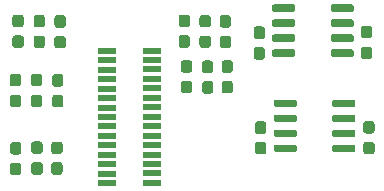
<source format=gbr>
G04 #@! TF.GenerationSoftware,KiCad,Pcbnew,(5.1.2)-2*
G04 #@! TF.CreationDate,2020-01-30T13:06:46+01:00*
G04 #@! TF.ProjectId,Pedalbox Extenion Board,50656461-6c62-46f7-9820-457874656e69,rev?*
G04 #@! TF.SameCoordinates,Original*
G04 #@! TF.FileFunction,Paste,Top*
G04 #@! TF.FilePolarity,Positive*
%FSLAX46Y46*%
G04 Gerber Fmt 4.6, Leading zero omitted, Abs format (unit mm)*
G04 Created by KiCad (PCBNEW (5.1.2)-2) date 2020-01-30 13:06:46*
%MOMM*%
%LPD*%
G04 APERTURE LIST*
%ADD10R,1.500000X0.550000*%
%ADD11C,0.100000*%
%ADD12C,0.950000*%
%ADD13C,0.600000*%
G04 APERTURE END LIST*
D10*
X141100000Y-137600000D03*
X144900000Y-137574600D03*
X141100000Y-136800000D03*
X144900000Y-136774600D03*
X141100000Y-136000000D03*
X144900000Y-135974600D03*
X141100000Y-135200000D03*
X144900000Y-135174600D03*
X141100000Y-134400000D03*
X144900000Y-134374600D03*
X141100000Y-133600000D03*
X144900000Y-133574600D03*
X141100000Y-132800000D03*
X144900000Y-132774600D03*
X141100000Y-132000000D03*
X144900000Y-131974600D03*
X141100000Y-131200000D03*
X144900000Y-131174600D03*
X141100000Y-130400000D03*
X144900000Y-130374600D03*
X141100000Y-129600000D03*
X144900000Y-129574600D03*
X141100000Y-128800000D03*
X144900000Y-128774600D03*
X141100000Y-128000000D03*
X144900000Y-127974600D03*
X141100000Y-127200000D03*
X144900000Y-127174600D03*
X141100000Y-126400000D03*
X144900000Y-126374600D03*
D11*
G36*
X148088779Y-128938644D02*
G01*
X148111834Y-128942063D01*
X148134443Y-128947727D01*
X148156387Y-128955579D01*
X148177457Y-128965544D01*
X148197448Y-128977526D01*
X148216168Y-128991410D01*
X148233438Y-129007062D01*
X148249090Y-129024332D01*
X148262974Y-129043052D01*
X148274956Y-129063043D01*
X148284921Y-129084113D01*
X148292773Y-129106057D01*
X148298437Y-129128666D01*
X148301856Y-129151721D01*
X148303000Y-129175000D01*
X148303000Y-129750000D01*
X148301856Y-129773279D01*
X148298437Y-129796334D01*
X148292773Y-129818943D01*
X148284921Y-129840887D01*
X148274956Y-129861957D01*
X148262974Y-129881948D01*
X148249090Y-129900668D01*
X148233438Y-129917938D01*
X148216168Y-129933590D01*
X148197448Y-129947474D01*
X148177457Y-129959456D01*
X148156387Y-129969421D01*
X148134443Y-129977273D01*
X148111834Y-129982937D01*
X148088779Y-129986356D01*
X148065500Y-129987500D01*
X147590500Y-129987500D01*
X147567221Y-129986356D01*
X147544166Y-129982937D01*
X147521557Y-129977273D01*
X147499613Y-129969421D01*
X147478543Y-129959456D01*
X147458552Y-129947474D01*
X147439832Y-129933590D01*
X147422562Y-129917938D01*
X147406910Y-129900668D01*
X147393026Y-129881948D01*
X147381044Y-129861957D01*
X147371079Y-129840887D01*
X147363227Y-129818943D01*
X147357563Y-129796334D01*
X147354144Y-129773279D01*
X147353000Y-129750000D01*
X147353000Y-129175000D01*
X147354144Y-129151721D01*
X147357563Y-129128666D01*
X147363227Y-129106057D01*
X147371079Y-129084113D01*
X147381044Y-129063043D01*
X147393026Y-129043052D01*
X147406910Y-129024332D01*
X147422562Y-129007062D01*
X147439832Y-128991410D01*
X147458552Y-128977526D01*
X147478543Y-128965544D01*
X147499613Y-128955579D01*
X147521557Y-128947727D01*
X147544166Y-128942063D01*
X147567221Y-128938644D01*
X147590500Y-128937500D01*
X148065500Y-128937500D01*
X148088779Y-128938644D01*
X148088779Y-128938644D01*
G37*
D12*
X147828000Y-129462500D03*
D11*
G36*
X148088779Y-127188644D02*
G01*
X148111834Y-127192063D01*
X148134443Y-127197727D01*
X148156387Y-127205579D01*
X148177457Y-127215544D01*
X148197448Y-127227526D01*
X148216168Y-127241410D01*
X148233438Y-127257062D01*
X148249090Y-127274332D01*
X148262974Y-127293052D01*
X148274956Y-127313043D01*
X148284921Y-127334113D01*
X148292773Y-127356057D01*
X148298437Y-127378666D01*
X148301856Y-127401721D01*
X148303000Y-127425000D01*
X148303000Y-128000000D01*
X148301856Y-128023279D01*
X148298437Y-128046334D01*
X148292773Y-128068943D01*
X148284921Y-128090887D01*
X148274956Y-128111957D01*
X148262974Y-128131948D01*
X148249090Y-128150668D01*
X148233438Y-128167938D01*
X148216168Y-128183590D01*
X148197448Y-128197474D01*
X148177457Y-128209456D01*
X148156387Y-128219421D01*
X148134443Y-128227273D01*
X148111834Y-128232937D01*
X148088779Y-128236356D01*
X148065500Y-128237500D01*
X147590500Y-128237500D01*
X147567221Y-128236356D01*
X147544166Y-128232937D01*
X147521557Y-128227273D01*
X147499613Y-128219421D01*
X147478543Y-128209456D01*
X147458552Y-128197474D01*
X147439832Y-128183590D01*
X147422562Y-128167938D01*
X147406910Y-128150668D01*
X147393026Y-128131948D01*
X147381044Y-128111957D01*
X147371079Y-128090887D01*
X147363227Y-128068943D01*
X147357563Y-128046334D01*
X147354144Y-128023279D01*
X147353000Y-128000000D01*
X147353000Y-127425000D01*
X147354144Y-127401721D01*
X147357563Y-127378666D01*
X147363227Y-127356057D01*
X147371079Y-127334113D01*
X147381044Y-127313043D01*
X147393026Y-127293052D01*
X147406910Y-127274332D01*
X147422562Y-127257062D01*
X147439832Y-127241410D01*
X147458552Y-127227526D01*
X147478543Y-127215544D01*
X147499613Y-127205579D01*
X147521557Y-127197727D01*
X147544166Y-127192063D01*
X147567221Y-127188644D01*
X147590500Y-127187500D01*
X148065500Y-127187500D01*
X148088779Y-127188644D01*
X148088779Y-127188644D01*
G37*
D12*
X147828000Y-127712500D03*
D11*
G36*
X151530479Y-128951344D02*
G01*
X151553534Y-128954763D01*
X151576143Y-128960427D01*
X151598087Y-128968279D01*
X151619157Y-128978244D01*
X151639148Y-128990226D01*
X151657868Y-129004110D01*
X151675138Y-129019762D01*
X151690790Y-129037032D01*
X151704674Y-129055752D01*
X151716656Y-129075743D01*
X151726621Y-129096813D01*
X151734473Y-129118757D01*
X151740137Y-129141366D01*
X151743556Y-129164421D01*
X151744700Y-129187700D01*
X151744700Y-129762700D01*
X151743556Y-129785979D01*
X151740137Y-129809034D01*
X151734473Y-129831643D01*
X151726621Y-129853587D01*
X151716656Y-129874657D01*
X151704674Y-129894648D01*
X151690790Y-129913368D01*
X151675138Y-129930638D01*
X151657868Y-129946290D01*
X151639148Y-129960174D01*
X151619157Y-129972156D01*
X151598087Y-129982121D01*
X151576143Y-129989973D01*
X151553534Y-129995637D01*
X151530479Y-129999056D01*
X151507200Y-130000200D01*
X151032200Y-130000200D01*
X151008921Y-129999056D01*
X150985866Y-129995637D01*
X150963257Y-129989973D01*
X150941313Y-129982121D01*
X150920243Y-129972156D01*
X150900252Y-129960174D01*
X150881532Y-129946290D01*
X150864262Y-129930638D01*
X150848610Y-129913368D01*
X150834726Y-129894648D01*
X150822744Y-129874657D01*
X150812779Y-129853587D01*
X150804927Y-129831643D01*
X150799263Y-129809034D01*
X150795844Y-129785979D01*
X150794700Y-129762700D01*
X150794700Y-129187700D01*
X150795844Y-129164421D01*
X150799263Y-129141366D01*
X150804927Y-129118757D01*
X150812779Y-129096813D01*
X150822744Y-129075743D01*
X150834726Y-129055752D01*
X150848610Y-129037032D01*
X150864262Y-129019762D01*
X150881532Y-129004110D01*
X150900252Y-128990226D01*
X150920243Y-128978244D01*
X150941313Y-128968279D01*
X150963257Y-128960427D01*
X150985866Y-128954763D01*
X151008921Y-128951344D01*
X151032200Y-128950200D01*
X151507200Y-128950200D01*
X151530479Y-128951344D01*
X151530479Y-128951344D01*
G37*
D12*
X151269700Y-129475200D03*
D11*
G36*
X151530479Y-127201344D02*
G01*
X151553534Y-127204763D01*
X151576143Y-127210427D01*
X151598087Y-127218279D01*
X151619157Y-127228244D01*
X151639148Y-127240226D01*
X151657868Y-127254110D01*
X151675138Y-127269762D01*
X151690790Y-127287032D01*
X151704674Y-127305752D01*
X151716656Y-127325743D01*
X151726621Y-127346813D01*
X151734473Y-127368757D01*
X151740137Y-127391366D01*
X151743556Y-127414421D01*
X151744700Y-127437700D01*
X151744700Y-128012700D01*
X151743556Y-128035979D01*
X151740137Y-128059034D01*
X151734473Y-128081643D01*
X151726621Y-128103587D01*
X151716656Y-128124657D01*
X151704674Y-128144648D01*
X151690790Y-128163368D01*
X151675138Y-128180638D01*
X151657868Y-128196290D01*
X151639148Y-128210174D01*
X151619157Y-128222156D01*
X151598087Y-128232121D01*
X151576143Y-128239973D01*
X151553534Y-128245637D01*
X151530479Y-128249056D01*
X151507200Y-128250200D01*
X151032200Y-128250200D01*
X151008921Y-128249056D01*
X150985866Y-128245637D01*
X150963257Y-128239973D01*
X150941313Y-128232121D01*
X150920243Y-128222156D01*
X150900252Y-128210174D01*
X150881532Y-128196290D01*
X150864262Y-128180638D01*
X150848610Y-128163368D01*
X150834726Y-128144648D01*
X150822744Y-128124657D01*
X150812779Y-128103587D01*
X150804927Y-128081643D01*
X150799263Y-128059034D01*
X150795844Y-128035979D01*
X150794700Y-128012700D01*
X150794700Y-127437700D01*
X150795844Y-127414421D01*
X150799263Y-127391366D01*
X150804927Y-127368757D01*
X150812779Y-127346813D01*
X150822744Y-127325743D01*
X150834726Y-127305752D01*
X150848610Y-127287032D01*
X150864262Y-127269762D01*
X150881532Y-127254110D01*
X150900252Y-127240226D01*
X150920243Y-127228244D01*
X150941313Y-127218279D01*
X150963257Y-127210427D01*
X150985866Y-127204763D01*
X151008921Y-127201344D01*
X151032200Y-127200200D01*
X151507200Y-127200200D01*
X151530479Y-127201344D01*
X151530479Y-127201344D01*
G37*
D12*
X151269700Y-127725200D03*
D11*
G36*
X149879479Y-128964044D02*
G01*
X149902534Y-128967463D01*
X149925143Y-128973127D01*
X149947087Y-128980979D01*
X149968157Y-128990944D01*
X149988148Y-129002926D01*
X150006868Y-129016810D01*
X150024138Y-129032462D01*
X150039790Y-129049732D01*
X150053674Y-129068452D01*
X150065656Y-129088443D01*
X150075621Y-129109513D01*
X150083473Y-129131457D01*
X150089137Y-129154066D01*
X150092556Y-129177121D01*
X150093700Y-129200400D01*
X150093700Y-129775400D01*
X150092556Y-129798679D01*
X150089137Y-129821734D01*
X150083473Y-129844343D01*
X150075621Y-129866287D01*
X150065656Y-129887357D01*
X150053674Y-129907348D01*
X150039790Y-129926068D01*
X150024138Y-129943338D01*
X150006868Y-129958990D01*
X149988148Y-129972874D01*
X149968157Y-129984856D01*
X149947087Y-129994821D01*
X149925143Y-130002673D01*
X149902534Y-130008337D01*
X149879479Y-130011756D01*
X149856200Y-130012900D01*
X149381200Y-130012900D01*
X149357921Y-130011756D01*
X149334866Y-130008337D01*
X149312257Y-130002673D01*
X149290313Y-129994821D01*
X149269243Y-129984856D01*
X149249252Y-129972874D01*
X149230532Y-129958990D01*
X149213262Y-129943338D01*
X149197610Y-129926068D01*
X149183726Y-129907348D01*
X149171744Y-129887357D01*
X149161779Y-129866287D01*
X149153927Y-129844343D01*
X149148263Y-129821734D01*
X149144844Y-129798679D01*
X149143700Y-129775400D01*
X149143700Y-129200400D01*
X149144844Y-129177121D01*
X149148263Y-129154066D01*
X149153927Y-129131457D01*
X149161779Y-129109513D01*
X149171744Y-129088443D01*
X149183726Y-129068452D01*
X149197610Y-129049732D01*
X149213262Y-129032462D01*
X149230532Y-129016810D01*
X149249252Y-129002926D01*
X149269243Y-128990944D01*
X149290313Y-128980979D01*
X149312257Y-128973127D01*
X149334866Y-128967463D01*
X149357921Y-128964044D01*
X149381200Y-128962900D01*
X149856200Y-128962900D01*
X149879479Y-128964044D01*
X149879479Y-128964044D01*
G37*
D12*
X149618700Y-129487900D03*
D11*
G36*
X149879479Y-127214044D02*
G01*
X149902534Y-127217463D01*
X149925143Y-127223127D01*
X149947087Y-127230979D01*
X149968157Y-127240944D01*
X149988148Y-127252926D01*
X150006868Y-127266810D01*
X150024138Y-127282462D01*
X150039790Y-127299732D01*
X150053674Y-127318452D01*
X150065656Y-127338443D01*
X150075621Y-127359513D01*
X150083473Y-127381457D01*
X150089137Y-127404066D01*
X150092556Y-127427121D01*
X150093700Y-127450400D01*
X150093700Y-128025400D01*
X150092556Y-128048679D01*
X150089137Y-128071734D01*
X150083473Y-128094343D01*
X150075621Y-128116287D01*
X150065656Y-128137357D01*
X150053674Y-128157348D01*
X150039790Y-128176068D01*
X150024138Y-128193338D01*
X150006868Y-128208990D01*
X149988148Y-128222874D01*
X149968157Y-128234856D01*
X149947087Y-128244821D01*
X149925143Y-128252673D01*
X149902534Y-128258337D01*
X149879479Y-128261756D01*
X149856200Y-128262900D01*
X149381200Y-128262900D01*
X149357921Y-128261756D01*
X149334866Y-128258337D01*
X149312257Y-128252673D01*
X149290313Y-128244821D01*
X149269243Y-128234856D01*
X149249252Y-128222874D01*
X149230532Y-128208990D01*
X149213262Y-128193338D01*
X149197610Y-128176068D01*
X149183726Y-128157348D01*
X149171744Y-128137357D01*
X149161779Y-128116287D01*
X149153927Y-128094343D01*
X149148263Y-128071734D01*
X149144844Y-128048679D01*
X149143700Y-128025400D01*
X149143700Y-127450400D01*
X149144844Y-127427121D01*
X149148263Y-127404066D01*
X149153927Y-127381457D01*
X149161779Y-127359513D01*
X149171744Y-127338443D01*
X149183726Y-127318452D01*
X149197610Y-127299732D01*
X149213262Y-127282462D01*
X149230532Y-127266810D01*
X149249252Y-127252926D01*
X149269243Y-127240944D01*
X149290313Y-127230979D01*
X149312257Y-127223127D01*
X149334866Y-127217463D01*
X149357921Y-127214044D01*
X149381200Y-127212900D01*
X149856200Y-127212900D01*
X149879479Y-127214044D01*
X149879479Y-127214044D01*
G37*
D12*
X149618700Y-127737900D03*
D11*
G36*
X137115979Y-135833444D02*
G01*
X137139034Y-135836863D01*
X137161643Y-135842527D01*
X137183587Y-135850379D01*
X137204657Y-135860344D01*
X137224648Y-135872326D01*
X137243368Y-135886210D01*
X137260638Y-135901862D01*
X137276290Y-135919132D01*
X137290174Y-135937852D01*
X137302156Y-135957843D01*
X137312121Y-135978913D01*
X137319973Y-136000857D01*
X137325637Y-136023466D01*
X137329056Y-136046521D01*
X137330200Y-136069800D01*
X137330200Y-136644800D01*
X137329056Y-136668079D01*
X137325637Y-136691134D01*
X137319973Y-136713743D01*
X137312121Y-136735687D01*
X137302156Y-136756757D01*
X137290174Y-136776748D01*
X137276290Y-136795468D01*
X137260638Y-136812738D01*
X137243368Y-136828390D01*
X137224648Y-136842274D01*
X137204657Y-136854256D01*
X137183587Y-136864221D01*
X137161643Y-136872073D01*
X137139034Y-136877737D01*
X137115979Y-136881156D01*
X137092700Y-136882300D01*
X136617700Y-136882300D01*
X136594421Y-136881156D01*
X136571366Y-136877737D01*
X136548757Y-136872073D01*
X136526813Y-136864221D01*
X136505743Y-136854256D01*
X136485752Y-136842274D01*
X136467032Y-136828390D01*
X136449762Y-136812738D01*
X136434110Y-136795468D01*
X136420226Y-136776748D01*
X136408244Y-136756757D01*
X136398279Y-136735687D01*
X136390427Y-136713743D01*
X136384763Y-136691134D01*
X136381344Y-136668079D01*
X136380200Y-136644800D01*
X136380200Y-136069800D01*
X136381344Y-136046521D01*
X136384763Y-136023466D01*
X136390427Y-136000857D01*
X136398279Y-135978913D01*
X136408244Y-135957843D01*
X136420226Y-135937852D01*
X136434110Y-135919132D01*
X136449762Y-135901862D01*
X136467032Y-135886210D01*
X136485752Y-135872326D01*
X136505743Y-135860344D01*
X136526813Y-135850379D01*
X136548757Y-135842527D01*
X136571366Y-135836863D01*
X136594421Y-135833444D01*
X136617700Y-135832300D01*
X137092700Y-135832300D01*
X137115979Y-135833444D01*
X137115979Y-135833444D01*
G37*
D12*
X136855200Y-136357300D03*
D11*
G36*
X137115979Y-134083444D02*
G01*
X137139034Y-134086863D01*
X137161643Y-134092527D01*
X137183587Y-134100379D01*
X137204657Y-134110344D01*
X137224648Y-134122326D01*
X137243368Y-134136210D01*
X137260638Y-134151862D01*
X137276290Y-134169132D01*
X137290174Y-134187852D01*
X137302156Y-134207843D01*
X137312121Y-134228913D01*
X137319973Y-134250857D01*
X137325637Y-134273466D01*
X137329056Y-134296521D01*
X137330200Y-134319800D01*
X137330200Y-134894800D01*
X137329056Y-134918079D01*
X137325637Y-134941134D01*
X137319973Y-134963743D01*
X137312121Y-134985687D01*
X137302156Y-135006757D01*
X137290174Y-135026748D01*
X137276290Y-135045468D01*
X137260638Y-135062738D01*
X137243368Y-135078390D01*
X137224648Y-135092274D01*
X137204657Y-135104256D01*
X137183587Y-135114221D01*
X137161643Y-135122073D01*
X137139034Y-135127737D01*
X137115979Y-135131156D01*
X137092700Y-135132300D01*
X136617700Y-135132300D01*
X136594421Y-135131156D01*
X136571366Y-135127737D01*
X136548757Y-135122073D01*
X136526813Y-135114221D01*
X136505743Y-135104256D01*
X136485752Y-135092274D01*
X136467032Y-135078390D01*
X136449762Y-135062738D01*
X136434110Y-135045468D01*
X136420226Y-135026748D01*
X136408244Y-135006757D01*
X136398279Y-134985687D01*
X136390427Y-134963743D01*
X136384763Y-134941134D01*
X136381344Y-134918079D01*
X136380200Y-134894800D01*
X136380200Y-134319800D01*
X136381344Y-134296521D01*
X136384763Y-134273466D01*
X136390427Y-134250857D01*
X136398279Y-134228913D01*
X136408244Y-134207843D01*
X136420226Y-134187852D01*
X136434110Y-134169132D01*
X136449762Y-134151862D01*
X136467032Y-134136210D01*
X136485752Y-134122326D01*
X136505743Y-134110344D01*
X136526813Y-134100379D01*
X136548757Y-134092527D01*
X136571366Y-134086863D01*
X136594421Y-134083444D01*
X136617700Y-134082300D01*
X137092700Y-134082300D01*
X137115979Y-134083444D01*
X137115979Y-134083444D01*
G37*
D12*
X136855200Y-134607300D03*
D11*
G36*
X137382679Y-123378644D02*
G01*
X137405734Y-123382063D01*
X137428343Y-123387727D01*
X137450287Y-123395579D01*
X137471357Y-123405544D01*
X137491348Y-123417526D01*
X137510068Y-123431410D01*
X137527338Y-123447062D01*
X137542990Y-123464332D01*
X137556874Y-123483052D01*
X137568856Y-123503043D01*
X137578821Y-123524113D01*
X137586673Y-123546057D01*
X137592337Y-123568666D01*
X137595756Y-123591721D01*
X137596900Y-123615000D01*
X137596900Y-124190000D01*
X137595756Y-124213279D01*
X137592337Y-124236334D01*
X137586673Y-124258943D01*
X137578821Y-124280887D01*
X137568856Y-124301957D01*
X137556874Y-124321948D01*
X137542990Y-124340668D01*
X137527338Y-124357938D01*
X137510068Y-124373590D01*
X137491348Y-124387474D01*
X137471357Y-124399456D01*
X137450287Y-124409421D01*
X137428343Y-124417273D01*
X137405734Y-124422937D01*
X137382679Y-124426356D01*
X137359400Y-124427500D01*
X136884400Y-124427500D01*
X136861121Y-124426356D01*
X136838066Y-124422937D01*
X136815457Y-124417273D01*
X136793513Y-124409421D01*
X136772443Y-124399456D01*
X136752452Y-124387474D01*
X136733732Y-124373590D01*
X136716462Y-124357938D01*
X136700810Y-124340668D01*
X136686926Y-124321948D01*
X136674944Y-124301957D01*
X136664979Y-124280887D01*
X136657127Y-124258943D01*
X136651463Y-124236334D01*
X136648044Y-124213279D01*
X136646900Y-124190000D01*
X136646900Y-123615000D01*
X136648044Y-123591721D01*
X136651463Y-123568666D01*
X136657127Y-123546057D01*
X136664979Y-123524113D01*
X136674944Y-123503043D01*
X136686926Y-123483052D01*
X136700810Y-123464332D01*
X136716462Y-123447062D01*
X136733732Y-123431410D01*
X136752452Y-123417526D01*
X136772443Y-123405544D01*
X136793513Y-123395579D01*
X136815457Y-123387727D01*
X136838066Y-123382063D01*
X136861121Y-123378644D01*
X136884400Y-123377500D01*
X137359400Y-123377500D01*
X137382679Y-123378644D01*
X137382679Y-123378644D01*
G37*
D12*
X137121900Y-123902500D03*
D11*
G36*
X137382679Y-125128644D02*
G01*
X137405734Y-125132063D01*
X137428343Y-125137727D01*
X137450287Y-125145579D01*
X137471357Y-125155544D01*
X137491348Y-125167526D01*
X137510068Y-125181410D01*
X137527338Y-125197062D01*
X137542990Y-125214332D01*
X137556874Y-125233052D01*
X137568856Y-125253043D01*
X137578821Y-125274113D01*
X137586673Y-125296057D01*
X137592337Y-125318666D01*
X137595756Y-125341721D01*
X137596900Y-125365000D01*
X137596900Y-125940000D01*
X137595756Y-125963279D01*
X137592337Y-125986334D01*
X137586673Y-126008943D01*
X137578821Y-126030887D01*
X137568856Y-126051957D01*
X137556874Y-126071948D01*
X137542990Y-126090668D01*
X137527338Y-126107938D01*
X137510068Y-126123590D01*
X137491348Y-126137474D01*
X137471357Y-126149456D01*
X137450287Y-126159421D01*
X137428343Y-126167273D01*
X137405734Y-126172937D01*
X137382679Y-126176356D01*
X137359400Y-126177500D01*
X136884400Y-126177500D01*
X136861121Y-126176356D01*
X136838066Y-126172937D01*
X136815457Y-126167273D01*
X136793513Y-126159421D01*
X136772443Y-126149456D01*
X136752452Y-126137474D01*
X136733732Y-126123590D01*
X136716462Y-126107938D01*
X136700810Y-126090668D01*
X136686926Y-126071948D01*
X136674944Y-126051957D01*
X136664979Y-126030887D01*
X136657127Y-126008943D01*
X136651463Y-125986334D01*
X136648044Y-125963279D01*
X136646900Y-125940000D01*
X136646900Y-125365000D01*
X136648044Y-125341721D01*
X136651463Y-125318666D01*
X136657127Y-125296057D01*
X136664979Y-125274113D01*
X136674944Y-125253043D01*
X136686926Y-125233052D01*
X136700810Y-125214332D01*
X136716462Y-125197062D01*
X136733732Y-125181410D01*
X136752452Y-125167526D01*
X136772443Y-125155544D01*
X136793513Y-125145579D01*
X136815457Y-125137727D01*
X136838066Y-125132063D01*
X136861121Y-125128644D01*
X136884400Y-125127500D01*
X137359400Y-125127500D01*
X137382679Y-125128644D01*
X137382679Y-125128644D01*
G37*
D12*
X137121900Y-125652500D03*
D11*
G36*
X147898279Y-123327844D02*
G01*
X147921334Y-123331263D01*
X147943943Y-123336927D01*
X147965887Y-123344779D01*
X147986957Y-123354744D01*
X148006948Y-123366726D01*
X148025668Y-123380610D01*
X148042938Y-123396262D01*
X148058590Y-123413532D01*
X148072474Y-123432252D01*
X148084456Y-123452243D01*
X148094421Y-123473313D01*
X148102273Y-123495257D01*
X148107937Y-123517866D01*
X148111356Y-123540921D01*
X148112500Y-123564200D01*
X148112500Y-124139200D01*
X148111356Y-124162479D01*
X148107937Y-124185534D01*
X148102273Y-124208143D01*
X148094421Y-124230087D01*
X148084456Y-124251157D01*
X148072474Y-124271148D01*
X148058590Y-124289868D01*
X148042938Y-124307138D01*
X148025668Y-124322790D01*
X148006948Y-124336674D01*
X147986957Y-124348656D01*
X147965887Y-124358621D01*
X147943943Y-124366473D01*
X147921334Y-124372137D01*
X147898279Y-124375556D01*
X147875000Y-124376700D01*
X147400000Y-124376700D01*
X147376721Y-124375556D01*
X147353666Y-124372137D01*
X147331057Y-124366473D01*
X147309113Y-124358621D01*
X147288043Y-124348656D01*
X147268052Y-124336674D01*
X147249332Y-124322790D01*
X147232062Y-124307138D01*
X147216410Y-124289868D01*
X147202526Y-124271148D01*
X147190544Y-124251157D01*
X147180579Y-124230087D01*
X147172727Y-124208143D01*
X147167063Y-124185534D01*
X147163644Y-124162479D01*
X147162500Y-124139200D01*
X147162500Y-123564200D01*
X147163644Y-123540921D01*
X147167063Y-123517866D01*
X147172727Y-123495257D01*
X147180579Y-123473313D01*
X147190544Y-123452243D01*
X147202526Y-123432252D01*
X147216410Y-123413532D01*
X147232062Y-123396262D01*
X147249332Y-123380610D01*
X147268052Y-123366726D01*
X147288043Y-123354744D01*
X147309113Y-123344779D01*
X147331057Y-123336927D01*
X147353666Y-123331263D01*
X147376721Y-123327844D01*
X147400000Y-123326700D01*
X147875000Y-123326700D01*
X147898279Y-123327844D01*
X147898279Y-123327844D01*
G37*
D12*
X147637500Y-123851700D03*
D11*
G36*
X147898279Y-125077844D02*
G01*
X147921334Y-125081263D01*
X147943943Y-125086927D01*
X147965887Y-125094779D01*
X147986957Y-125104744D01*
X148006948Y-125116726D01*
X148025668Y-125130610D01*
X148042938Y-125146262D01*
X148058590Y-125163532D01*
X148072474Y-125182252D01*
X148084456Y-125202243D01*
X148094421Y-125223313D01*
X148102273Y-125245257D01*
X148107937Y-125267866D01*
X148111356Y-125290921D01*
X148112500Y-125314200D01*
X148112500Y-125889200D01*
X148111356Y-125912479D01*
X148107937Y-125935534D01*
X148102273Y-125958143D01*
X148094421Y-125980087D01*
X148084456Y-126001157D01*
X148072474Y-126021148D01*
X148058590Y-126039868D01*
X148042938Y-126057138D01*
X148025668Y-126072790D01*
X148006948Y-126086674D01*
X147986957Y-126098656D01*
X147965887Y-126108621D01*
X147943943Y-126116473D01*
X147921334Y-126122137D01*
X147898279Y-126125556D01*
X147875000Y-126126700D01*
X147400000Y-126126700D01*
X147376721Y-126125556D01*
X147353666Y-126122137D01*
X147331057Y-126116473D01*
X147309113Y-126108621D01*
X147288043Y-126098656D01*
X147268052Y-126086674D01*
X147249332Y-126072790D01*
X147232062Y-126057138D01*
X147216410Y-126039868D01*
X147202526Y-126021148D01*
X147190544Y-126001157D01*
X147180579Y-125980087D01*
X147172727Y-125958143D01*
X147167063Y-125935534D01*
X147163644Y-125912479D01*
X147162500Y-125889200D01*
X147162500Y-125314200D01*
X147163644Y-125290921D01*
X147167063Y-125267866D01*
X147172727Y-125245257D01*
X147180579Y-125223313D01*
X147190544Y-125202243D01*
X147202526Y-125182252D01*
X147216410Y-125163532D01*
X147232062Y-125146262D01*
X147249332Y-125130610D01*
X147268052Y-125116726D01*
X147288043Y-125104744D01*
X147309113Y-125094779D01*
X147331057Y-125086927D01*
X147353666Y-125081263D01*
X147376721Y-125077844D01*
X147400000Y-125076700D01*
X147875000Y-125076700D01*
X147898279Y-125077844D01*
X147898279Y-125077844D01*
G37*
D12*
X147637500Y-125601700D03*
D11*
G36*
X137192179Y-130119744D02*
G01*
X137215234Y-130123163D01*
X137237843Y-130128827D01*
X137259787Y-130136679D01*
X137280857Y-130146644D01*
X137300848Y-130158626D01*
X137319568Y-130172510D01*
X137336838Y-130188162D01*
X137352490Y-130205432D01*
X137366374Y-130224152D01*
X137378356Y-130244143D01*
X137388321Y-130265213D01*
X137396173Y-130287157D01*
X137401837Y-130309766D01*
X137405256Y-130332821D01*
X137406400Y-130356100D01*
X137406400Y-130931100D01*
X137405256Y-130954379D01*
X137401837Y-130977434D01*
X137396173Y-131000043D01*
X137388321Y-131021987D01*
X137378356Y-131043057D01*
X137366374Y-131063048D01*
X137352490Y-131081768D01*
X137336838Y-131099038D01*
X137319568Y-131114690D01*
X137300848Y-131128574D01*
X137280857Y-131140556D01*
X137259787Y-131150521D01*
X137237843Y-131158373D01*
X137215234Y-131164037D01*
X137192179Y-131167456D01*
X137168900Y-131168600D01*
X136693900Y-131168600D01*
X136670621Y-131167456D01*
X136647566Y-131164037D01*
X136624957Y-131158373D01*
X136603013Y-131150521D01*
X136581943Y-131140556D01*
X136561952Y-131128574D01*
X136543232Y-131114690D01*
X136525962Y-131099038D01*
X136510310Y-131081768D01*
X136496426Y-131063048D01*
X136484444Y-131043057D01*
X136474479Y-131021987D01*
X136466627Y-131000043D01*
X136460963Y-130977434D01*
X136457544Y-130954379D01*
X136456400Y-130931100D01*
X136456400Y-130356100D01*
X136457544Y-130332821D01*
X136460963Y-130309766D01*
X136466627Y-130287157D01*
X136474479Y-130265213D01*
X136484444Y-130244143D01*
X136496426Y-130224152D01*
X136510310Y-130205432D01*
X136525962Y-130188162D01*
X136543232Y-130172510D01*
X136561952Y-130158626D01*
X136581943Y-130146644D01*
X136603013Y-130136679D01*
X136624957Y-130128827D01*
X136647566Y-130123163D01*
X136670621Y-130119744D01*
X136693900Y-130118600D01*
X137168900Y-130118600D01*
X137192179Y-130119744D01*
X137192179Y-130119744D01*
G37*
D12*
X136931400Y-130643600D03*
D11*
G36*
X137192179Y-128369744D02*
G01*
X137215234Y-128373163D01*
X137237843Y-128378827D01*
X137259787Y-128386679D01*
X137280857Y-128396644D01*
X137300848Y-128408626D01*
X137319568Y-128422510D01*
X137336838Y-128438162D01*
X137352490Y-128455432D01*
X137366374Y-128474152D01*
X137378356Y-128494143D01*
X137388321Y-128515213D01*
X137396173Y-128537157D01*
X137401837Y-128559766D01*
X137405256Y-128582821D01*
X137406400Y-128606100D01*
X137406400Y-129181100D01*
X137405256Y-129204379D01*
X137401837Y-129227434D01*
X137396173Y-129250043D01*
X137388321Y-129271987D01*
X137378356Y-129293057D01*
X137366374Y-129313048D01*
X137352490Y-129331768D01*
X137336838Y-129349038D01*
X137319568Y-129364690D01*
X137300848Y-129378574D01*
X137280857Y-129390556D01*
X137259787Y-129400521D01*
X137237843Y-129408373D01*
X137215234Y-129414037D01*
X137192179Y-129417456D01*
X137168900Y-129418600D01*
X136693900Y-129418600D01*
X136670621Y-129417456D01*
X136647566Y-129414037D01*
X136624957Y-129408373D01*
X136603013Y-129400521D01*
X136581943Y-129390556D01*
X136561952Y-129378574D01*
X136543232Y-129364690D01*
X136525962Y-129349038D01*
X136510310Y-129331768D01*
X136496426Y-129313048D01*
X136484444Y-129293057D01*
X136474479Y-129271987D01*
X136466627Y-129250043D01*
X136460963Y-129227434D01*
X136457544Y-129204379D01*
X136456400Y-129181100D01*
X136456400Y-128606100D01*
X136457544Y-128582821D01*
X136460963Y-128559766D01*
X136466627Y-128537157D01*
X136474479Y-128515213D01*
X136484444Y-128494143D01*
X136496426Y-128474152D01*
X136510310Y-128455432D01*
X136525962Y-128438162D01*
X136543232Y-128422510D01*
X136561952Y-128408626D01*
X136581943Y-128396644D01*
X136603013Y-128386679D01*
X136624957Y-128378827D01*
X136647566Y-128373163D01*
X136670621Y-128369744D01*
X136693900Y-128368600D01*
X137168900Y-128368600D01*
X137192179Y-128369744D01*
X137192179Y-128369744D01*
G37*
D12*
X136931400Y-128893600D03*
D11*
G36*
X133623479Y-135872844D02*
G01*
X133646534Y-135876263D01*
X133669143Y-135881927D01*
X133691087Y-135889779D01*
X133712157Y-135899744D01*
X133732148Y-135911726D01*
X133750868Y-135925610D01*
X133768138Y-135941262D01*
X133783790Y-135958532D01*
X133797674Y-135977252D01*
X133809656Y-135997243D01*
X133819621Y-136018313D01*
X133827473Y-136040257D01*
X133833137Y-136062866D01*
X133836556Y-136085921D01*
X133837700Y-136109200D01*
X133837700Y-136684200D01*
X133836556Y-136707479D01*
X133833137Y-136730534D01*
X133827473Y-136753143D01*
X133819621Y-136775087D01*
X133809656Y-136796157D01*
X133797674Y-136816148D01*
X133783790Y-136834868D01*
X133768138Y-136852138D01*
X133750868Y-136867790D01*
X133732148Y-136881674D01*
X133712157Y-136893656D01*
X133691087Y-136903621D01*
X133669143Y-136911473D01*
X133646534Y-136917137D01*
X133623479Y-136920556D01*
X133600200Y-136921700D01*
X133125200Y-136921700D01*
X133101921Y-136920556D01*
X133078866Y-136917137D01*
X133056257Y-136911473D01*
X133034313Y-136903621D01*
X133013243Y-136893656D01*
X132993252Y-136881674D01*
X132974532Y-136867790D01*
X132957262Y-136852138D01*
X132941610Y-136834868D01*
X132927726Y-136816148D01*
X132915744Y-136796157D01*
X132905779Y-136775087D01*
X132897927Y-136753143D01*
X132892263Y-136730534D01*
X132888844Y-136707479D01*
X132887700Y-136684200D01*
X132887700Y-136109200D01*
X132888844Y-136085921D01*
X132892263Y-136062866D01*
X132897927Y-136040257D01*
X132905779Y-136018313D01*
X132915744Y-135997243D01*
X132927726Y-135977252D01*
X132941610Y-135958532D01*
X132957262Y-135941262D01*
X132974532Y-135925610D01*
X132993252Y-135911726D01*
X133013243Y-135899744D01*
X133034313Y-135889779D01*
X133056257Y-135881927D01*
X133078866Y-135876263D01*
X133101921Y-135872844D01*
X133125200Y-135871700D01*
X133600200Y-135871700D01*
X133623479Y-135872844D01*
X133623479Y-135872844D01*
G37*
D12*
X133362700Y-136396700D03*
D11*
G36*
X133623479Y-134122844D02*
G01*
X133646534Y-134126263D01*
X133669143Y-134131927D01*
X133691087Y-134139779D01*
X133712157Y-134149744D01*
X133732148Y-134161726D01*
X133750868Y-134175610D01*
X133768138Y-134191262D01*
X133783790Y-134208532D01*
X133797674Y-134227252D01*
X133809656Y-134247243D01*
X133819621Y-134268313D01*
X133827473Y-134290257D01*
X133833137Y-134312866D01*
X133836556Y-134335921D01*
X133837700Y-134359200D01*
X133837700Y-134934200D01*
X133836556Y-134957479D01*
X133833137Y-134980534D01*
X133827473Y-135003143D01*
X133819621Y-135025087D01*
X133809656Y-135046157D01*
X133797674Y-135066148D01*
X133783790Y-135084868D01*
X133768138Y-135102138D01*
X133750868Y-135117790D01*
X133732148Y-135131674D01*
X133712157Y-135143656D01*
X133691087Y-135153621D01*
X133669143Y-135161473D01*
X133646534Y-135167137D01*
X133623479Y-135170556D01*
X133600200Y-135171700D01*
X133125200Y-135171700D01*
X133101921Y-135170556D01*
X133078866Y-135167137D01*
X133056257Y-135161473D01*
X133034313Y-135153621D01*
X133013243Y-135143656D01*
X132993252Y-135131674D01*
X132974532Y-135117790D01*
X132957262Y-135102138D01*
X132941610Y-135084868D01*
X132927726Y-135066148D01*
X132915744Y-135046157D01*
X132905779Y-135025087D01*
X132897927Y-135003143D01*
X132892263Y-134980534D01*
X132888844Y-134957479D01*
X132887700Y-134934200D01*
X132887700Y-134359200D01*
X132888844Y-134335921D01*
X132892263Y-134312866D01*
X132897927Y-134290257D01*
X132905779Y-134268313D01*
X132915744Y-134247243D01*
X132927726Y-134227252D01*
X132941610Y-134208532D01*
X132957262Y-134191262D01*
X132974532Y-134175610D01*
X132993252Y-134161726D01*
X133013243Y-134149744D01*
X133034313Y-134139779D01*
X133056257Y-134131927D01*
X133078866Y-134126263D01*
X133101921Y-134122844D01*
X133125200Y-134121700D01*
X133600200Y-134121700D01*
X133623479Y-134122844D01*
X133623479Y-134122844D01*
G37*
D12*
X133362700Y-134646700D03*
D11*
G36*
X133826679Y-123340544D02*
G01*
X133849734Y-123343963D01*
X133872343Y-123349627D01*
X133894287Y-123357479D01*
X133915357Y-123367444D01*
X133935348Y-123379426D01*
X133954068Y-123393310D01*
X133971338Y-123408962D01*
X133986990Y-123426232D01*
X134000874Y-123444952D01*
X134012856Y-123464943D01*
X134022821Y-123486013D01*
X134030673Y-123507957D01*
X134036337Y-123530566D01*
X134039756Y-123553621D01*
X134040900Y-123576900D01*
X134040900Y-124151900D01*
X134039756Y-124175179D01*
X134036337Y-124198234D01*
X134030673Y-124220843D01*
X134022821Y-124242787D01*
X134012856Y-124263857D01*
X134000874Y-124283848D01*
X133986990Y-124302568D01*
X133971338Y-124319838D01*
X133954068Y-124335490D01*
X133935348Y-124349374D01*
X133915357Y-124361356D01*
X133894287Y-124371321D01*
X133872343Y-124379173D01*
X133849734Y-124384837D01*
X133826679Y-124388256D01*
X133803400Y-124389400D01*
X133328400Y-124389400D01*
X133305121Y-124388256D01*
X133282066Y-124384837D01*
X133259457Y-124379173D01*
X133237513Y-124371321D01*
X133216443Y-124361356D01*
X133196452Y-124349374D01*
X133177732Y-124335490D01*
X133160462Y-124319838D01*
X133144810Y-124302568D01*
X133130926Y-124283848D01*
X133118944Y-124263857D01*
X133108979Y-124242787D01*
X133101127Y-124220843D01*
X133095463Y-124198234D01*
X133092044Y-124175179D01*
X133090900Y-124151900D01*
X133090900Y-123576900D01*
X133092044Y-123553621D01*
X133095463Y-123530566D01*
X133101127Y-123507957D01*
X133108979Y-123486013D01*
X133118944Y-123464943D01*
X133130926Y-123444952D01*
X133144810Y-123426232D01*
X133160462Y-123408962D01*
X133177732Y-123393310D01*
X133196452Y-123379426D01*
X133216443Y-123367444D01*
X133237513Y-123357479D01*
X133259457Y-123349627D01*
X133282066Y-123343963D01*
X133305121Y-123340544D01*
X133328400Y-123339400D01*
X133803400Y-123339400D01*
X133826679Y-123340544D01*
X133826679Y-123340544D01*
G37*
D12*
X133565900Y-123864400D03*
D11*
G36*
X133826679Y-125090544D02*
G01*
X133849734Y-125093963D01*
X133872343Y-125099627D01*
X133894287Y-125107479D01*
X133915357Y-125117444D01*
X133935348Y-125129426D01*
X133954068Y-125143310D01*
X133971338Y-125158962D01*
X133986990Y-125176232D01*
X134000874Y-125194952D01*
X134012856Y-125214943D01*
X134022821Y-125236013D01*
X134030673Y-125257957D01*
X134036337Y-125280566D01*
X134039756Y-125303621D01*
X134040900Y-125326900D01*
X134040900Y-125901900D01*
X134039756Y-125925179D01*
X134036337Y-125948234D01*
X134030673Y-125970843D01*
X134022821Y-125992787D01*
X134012856Y-126013857D01*
X134000874Y-126033848D01*
X133986990Y-126052568D01*
X133971338Y-126069838D01*
X133954068Y-126085490D01*
X133935348Y-126099374D01*
X133915357Y-126111356D01*
X133894287Y-126121321D01*
X133872343Y-126129173D01*
X133849734Y-126134837D01*
X133826679Y-126138256D01*
X133803400Y-126139400D01*
X133328400Y-126139400D01*
X133305121Y-126138256D01*
X133282066Y-126134837D01*
X133259457Y-126129173D01*
X133237513Y-126121321D01*
X133216443Y-126111356D01*
X133196452Y-126099374D01*
X133177732Y-126085490D01*
X133160462Y-126069838D01*
X133144810Y-126052568D01*
X133130926Y-126033848D01*
X133118944Y-126013857D01*
X133108979Y-125992787D01*
X133101127Y-125970843D01*
X133095463Y-125948234D01*
X133092044Y-125925179D01*
X133090900Y-125901900D01*
X133090900Y-125326900D01*
X133092044Y-125303621D01*
X133095463Y-125280566D01*
X133101127Y-125257957D01*
X133108979Y-125236013D01*
X133118944Y-125214943D01*
X133130926Y-125194952D01*
X133144810Y-125176232D01*
X133160462Y-125158962D01*
X133177732Y-125143310D01*
X133196452Y-125129426D01*
X133216443Y-125117444D01*
X133237513Y-125107479D01*
X133259457Y-125099627D01*
X133282066Y-125093963D01*
X133305121Y-125090544D01*
X133328400Y-125089400D01*
X133803400Y-125089400D01*
X133826679Y-125090544D01*
X133826679Y-125090544D01*
G37*
D12*
X133565900Y-125614400D03*
D11*
G36*
X133598079Y-130107044D02*
G01*
X133621134Y-130110463D01*
X133643743Y-130116127D01*
X133665687Y-130123979D01*
X133686757Y-130133944D01*
X133706748Y-130145926D01*
X133725468Y-130159810D01*
X133742738Y-130175462D01*
X133758390Y-130192732D01*
X133772274Y-130211452D01*
X133784256Y-130231443D01*
X133794221Y-130252513D01*
X133802073Y-130274457D01*
X133807737Y-130297066D01*
X133811156Y-130320121D01*
X133812300Y-130343400D01*
X133812300Y-130918400D01*
X133811156Y-130941679D01*
X133807737Y-130964734D01*
X133802073Y-130987343D01*
X133794221Y-131009287D01*
X133784256Y-131030357D01*
X133772274Y-131050348D01*
X133758390Y-131069068D01*
X133742738Y-131086338D01*
X133725468Y-131101990D01*
X133706748Y-131115874D01*
X133686757Y-131127856D01*
X133665687Y-131137821D01*
X133643743Y-131145673D01*
X133621134Y-131151337D01*
X133598079Y-131154756D01*
X133574800Y-131155900D01*
X133099800Y-131155900D01*
X133076521Y-131154756D01*
X133053466Y-131151337D01*
X133030857Y-131145673D01*
X133008913Y-131137821D01*
X132987843Y-131127856D01*
X132967852Y-131115874D01*
X132949132Y-131101990D01*
X132931862Y-131086338D01*
X132916210Y-131069068D01*
X132902326Y-131050348D01*
X132890344Y-131030357D01*
X132880379Y-131009287D01*
X132872527Y-130987343D01*
X132866863Y-130964734D01*
X132863444Y-130941679D01*
X132862300Y-130918400D01*
X132862300Y-130343400D01*
X132863444Y-130320121D01*
X132866863Y-130297066D01*
X132872527Y-130274457D01*
X132880379Y-130252513D01*
X132890344Y-130231443D01*
X132902326Y-130211452D01*
X132916210Y-130192732D01*
X132931862Y-130175462D01*
X132949132Y-130159810D01*
X132967852Y-130145926D01*
X132987843Y-130133944D01*
X133008913Y-130123979D01*
X133030857Y-130116127D01*
X133053466Y-130110463D01*
X133076521Y-130107044D01*
X133099800Y-130105900D01*
X133574800Y-130105900D01*
X133598079Y-130107044D01*
X133598079Y-130107044D01*
G37*
D12*
X133337300Y-130630900D03*
D11*
G36*
X133598079Y-128357044D02*
G01*
X133621134Y-128360463D01*
X133643743Y-128366127D01*
X133665687Y-128373979D01*
X133686757Y-128383944D01*
X133706748Y-128395926D01*
X133725468Y-128409810D01*
X133742738Y-128425462D01*
X133758390Y-128442732D01*
X133772274Y-128461452D01*
X133784256Y-128481443D01*
X133794221Y-128502513D01*
X133802073Y-128524457D01*
X133807737Y-128547066D01*
X133811156Y-128570121D01*
X133812300Y-128593400D01*
X133812300Y-129168400D01*
X133811156Y-129191679D01*
X133807737Y-129214734D01*
X133802073Y-129237343D01*
X133794221Y-129259287D01*
X133784256Y-129280357D01*
X133772274Y-129300348D01*
X133758390Y-129319068D01*
X133742738Y-129336338D01*
X133725468Y-129351990D01*
X133706748Y-129365874D01*
X133686757Y-129377856D01*
X133665687Y-129387821D01*
X133643743Y-129395673D01*
X133621134Y-129401337D01*
X133598079Y-129404756D01*
X133574800Y-129405900D01*
X133099800Y-129405900D01*
X133076521Y-129404756D01*
X133053466Y-129401337D01*
X133030857Y-129395673D01*
X133008913Y-129387821D01*
X132987843Y-129377856D01*
X132967852Y-129365874D01*
X132949132Y-129351990D01*
X132931862Y-129336338D01*
X132916210Y-129319068D01*
X132902326Y-129300348D01*
X132890344Y-129280357D01*
X132880379Y-129259287D01*
X132872527Y-129237343D01*
X132866863Y-129214734D01*
X132863444Y-129191679D01*
X132862300Y-129168400D01*
X132862300Y-128593400D01*
X132863444Y-128570121D01*
X132866863Y-128547066D01*
X132872527Y-128524457D01*
X132880379Y-128502513D01*
X132890344Y-128481443D01*
X132902326Y-128461452D01*
X132916210Y-128442732D01*
X132931862Y-128425462D01*
X132949132Y-128409810D01*
X132967852Y-128395926D01*
X132987843Y-128383944D01*
X133008913Y-128373979D01*
X133030857Y-128366127D01*
X133053466Y-128360463D01*
X133076521Y-128357044D01*
X133099800Y-128355900D01*
X133574800Y-128355900D01*
X133598079Y-128357044D01*
X133598079Y-128357044D01*
G37*
D12*
X133337300Y-128880900D03*
D11*
G36*
X151378079Y-123378644D02*
G01*
X151401134Y-123382063D01*
X151423743Y-123387727D01*
X151445687Y-123395579D01*
X151466757Y-123405544D01*
X151486748Y-123417526D01*
X151505468Y-123431410D01*
X151522738Y-123447062D01*
X151538390Y-123464332D01*
X151552274Y-123483052D01*
X151564256Y-123503043D01*
X151574221Y-123524113D01*
X151582073Y-123546057D01*
X151587737Y-123568666D01*
X151591156Y-123591721D01*
X151592300Y-123615000D01*
X151592300Y-124190000D01*
X151591156Y-124213279D01*
X151587737Y-124236334D01*
X151582073Y-124258943D01*
X151574221Y-124280887D01*
X151564256Y-124301957D01*
X151552274Y-124321948D01*
X151538390Y-124340668D01*
X151522738Y-124357938D01*
X151505468Y-124373590D01*
X151486748Y-124387474D01*
X151466757Y-124399456D01*
X151445687Y-124409421D01*
X151423743Y-124417273D01*
X151401134Y-124422937D01*
X151378079Y-124426356D01*
X151354800Y-124427500D01*
X150879800Y-124427500D01*
X150856521Y-124426356D01*
X150833466Y-124422937D01*
X150810857Y-124417273D01*
X150788913Y-124409421D01*
X150767843Y-124399456D01*
X150747852Y-124387474D01*
X150729132Y-124373590D01*
X150711862Y-124357938D01*
X150696210Y-124340668D01*
X150682326Y-124321948D01*
X150670344Y-124301957D01*
X150660379Y-124280887D01*
X150652527Y-124258943D01*
X150646863Y-124236334D01*
X150643444Y-124213279D01*
X150642300Y-124190000D01*
X150642300Y-123615000D01*
X150643444Y-123591721D01*
X150646863Y-123568666D01*
X150652527Y-123546057D01*
X150660379Y-123524113D01*
X150670344Y-123503043D01*
X150682326Y-123483052D01*
X150696210Y-123464332D01*
X150711862Y-123447062D01*
X150729132Y-123431410D01*
X150747852Y-123417526D01*
X150767843Y-123405544D01*
X150788913Y-123395579D01*
X150810857Y-123387727D01*
X150833466Y-123382063D01*
X150856521Y-123378644D01*
X150879800Y-123377500D01*
X151354800Y-123377500D01*
X151378079Y-123378644D01*
X151378079Y-123378644D01*
G37*
D12*
X151117300Y-123902500D03*
D11*
G36*
X151378079Y-125128644D02*
G01*
X151401134Y-125132063D01*
X151423743Y-125137727D01*
X151445687Y-125145579D01*
X151466757Y-125155544D01*
X151486748Y-125167526D01*
X151505468Y-125181410D01*
X151522738Y-125197062D01*
X151538390Y-125214332D01*
X151552274Y-125233052D01*
X151564256Y-125253043D01*
X151574221Y-125274113D01*
X151582073Y-125296057D01*
X151587737Y-125318666D01*
X151591156Y-125341721D01*
X151592300Y-125365000D01*
X151592300Y-125940000D01*
X151591156Y-125963279D01*
X151587737Y-125986334D01*
X151582073Y-126008943D01*
X151574221Y-126030887D01*
X151564256Y-126051957D01*
X151552274Y-126071948D01*
X151538390Y-126090668D01*
X151522738Y-126107938D01*
X151505468Y-126123590D01*
X151486748Y-126137474D01*
X151466757Y-126149456D01*
X151445687Y-126159421D01*
X151423743Y-126167273D01*
X151401134Y-126172937D01*
X151378079Y-126176356D01*
X151354800Y-126177500D01*
X150879800Y-126177500D01*
X150856521Y-126176356D01*
X150833466Y-126172937D01*
X150810857Y-126167273D01*
X150788913Y-126159421D01*
X150767843Y-126149456D01*
X150747852Y-126137474D01*
X150729132Y-126123590D01*
X150711862Y-126107938D01*
X150696210Y-126090668D01*
X150682326Y-126071948D01*
X150670344Y-126051957D01*
X150660379Y-126030887D01*
X150652527Y-126008943D01*
X150646863Y-125986334D01*
X150643444Y-125963279D01*
X150642300Y-125940000D01*
X150642300Y-125365000D01*
X150643444Y-125341721D01*
X150646863Y-125318666D01*
X150652527Y-125296057D01*
X150660379Y-125274113D01*
X150670344Y-125253043D01*
X150682326Y-125233052D01*
X150696210Y-125214332D01*
X150711862Y-125197062D01*
X150729132Y-125181410D01*
X150747852Y-125167526D01*
X150767843Y-125155544D01*
X150788913Y-125145579D01*
X150810857Y-125137727D01*
X150833466Y-125132063D01*
X150856521Y-125128644D01*
X150879800Y-125127500D01*
X151354800Y-125127500D01*
X151378079Y-125128644D01*
X151378079Y-125128644D01*
G37*
D12*
X151117300Y-125652500D03*
D11*
G36*
X135426879Y-135822044D02*
G01*
X135449934Y-135825463D01*
X135472543Y-135831127D01*
X135494487Y-135838979D01*
X135515557Y-135848944D01*
X135535548Y-135860926D01*
X135554268Y-135874810D01*
X135571538Y-135890462D01*
X135587190Y-135907732D01*
X135601074Y-135926452D01*
X135613056Y-135946443D01*
X135623021Y-135967513D01*
X135630873Y-135989457D01*
X135636537Y-136012066D01*
X135639956Y-136035121D01*
X135641100Y-136058400D01*
X135641100Y-136633400D01*
X135639956Y-136656679D01*
X135636537Y-136679734D01*
X135630873Y-136702343D01*
X135623021Y-136724287D01*
X135613056Y-136745357D01*
X135601074Y-136765348D01*
X135587190Y-136784068D01*
X135571538Y-136801338D01*
X135554268Y-136816990D01*
X135535548Y-136830874D01*
X135515557Y-136842856D01*
X135494487Y-136852821D01*
X135472543Y-136860673D01*
X135449934Y-136866337D01*
X135426879Y-136869756D01*
X135403600Y-136870900D01*
X134928600Y-136870900D01*
X134905321Y-136869756D01*
X134882266Y-136866337D01*
X134859657Y-136860673D01*
X134837713Y-136852821D01*
X134816643Y-136842856D01*
X134796652Y-136830874D01*
X134777932Y-136816990D01*
X134760662Y-136801338D01*
X134745010Y-136784068D01*
X134731126Y-136765348D01*
X134719144Y-136745357D01*
X134709179Y-136724287D01*
X134701327Y-136702343D01*
X134695663Y-136679734D01*
X134692244Y-136656679D01*
X134691100Y-136633400D01*
X134691100Y-136058400D01*
X134692244Y-136035121D01*
X134695663Y-136012066D01*
X134701327Y-135989457D01*
X134709179Y-135967513D01*
X134719144Y-135946443D01*
X134731126Y-135926452D01*
X134745010Y-135907732D01*
X134760662Y-135890462D01*
X134777932Y-135874810D01*
X134796652Y-135860926D01*
X134816643Y-135848944D01*
X134837713Y-135838979D01*
X134859657Y-135831127D01*
X134882266Y-135825463D01*
X134905321Y-135822044D01*
X134928600Y-135820900D01*
X135403600Y-135820900D01*
X135426879Y-135822044D01*
X135426879Y-135822044D01*
G37*
D12*
X135166100Y-136345900D03*
D11*
G36*
X135426879Y-134072044D02*
G01*
X135449934Y-134075463D01*
X135472543Y-134081127D01*
X135494487Y-134088979D01*
X135515557Y-134098944D01*
X135535548Y-134110926D01*
X135554268Y-134124810D01*
X135571538Y-134140462D01*
X135587190Y-134157732D01*
X135601074Y-134176452D01*
X135613056Y-134196443D01*
X135623021Y-134217513D01*
X135630873Y-134239457D01*
X135636537Y-134262066D01*
X135639956Y-134285121D01*
X135641100Y-134308400D01*
X135641100Y-134883400D01*
X135639956Y-134906679D01*
X135636537Y-134929734D01*
X135630873Y-134952343D01*
X135623021Y-134974287D01*
X135613056Y-134995357D01*
X135601074Y-135015348D01*
X135587190Y-135034068D01*
X135571538Y-135051338D01*
X135554268Y-135066990D01*
X135535548Y-135080874D01*
X135515557Y-135092856D01*
X135494487Y-135102821D01*
X135472543Y-135110673D01*
X135449934Y-135116337D01*
X135426879Y-135119756D01*
X135403600Y-135120900D01*
X134928600Y-135120900D01*
X134905321Y-135119756D01*
X134882266Y-135116337D01*
X134859657Y-135110673D01*
X134837713Y-135102821D01*
X134816643Y-135092856D01*
X134796652Y-135080874D01*
X134777932Y-135066990D01*
X134760662Y-135051338D01*
X134745010Y-135034068D01*
X134731126Y-135015348D01*
X134719144Y-134995357D01*
X134709179Y-134974287D01*
X134701327Y-134952343D01*
X134695663Y-134929734D01*
X134692244Y-134906679D01*
X134691100Y-134883400D01*
X134691100Y-134308400D01*
X134692244Y-134285121D01*
X134695663Y-134262066D01*
X134701327Y-134239457D01*
X134709179Y-134217513D01*
X134719144Y-134196443D01*
X134731126Y-134176452D01*
X134745010Y-134157732D01*
X134760662Y-134140462D01*
X134777932Y-134124810D01*
X134796652Y-134110926D01*
X134816643Y-134098944D01*
X134837713Y-134088979D01*
X134859657Y-134081127D01*
X134882266Y-134075463D01*
X134905321Y-134072044D01*
X134928600Y-134070900D01*
X135403600Y-134070900D01*
X135426879Y-134072044D01*
X135426879Y-134072044D01*
G37*
D12*
X135166100Y-134595900D03*
D11*
G36*
X135617379Y-123353244D02*
G01*
X135640434Y-123356663D01*
X135663043Y-123362327D01*
X135684987Y-123370179D01*
X135706057Y-123380144D01*
X135726048Y-123392126D01*
X135744768Y-123406010D01*
X135762038Y-123421662D01*
X135777690Y-123438932D01*
X135791574Y-123457652D01*
X135803556Y-123477643D01*
X135813521Y-123498713D01*
X135821373Y-123520657D01*
X135827037Y-123543266D01*
X135830456Y-123566321D01*
X135831600Y-123589600D01*
X135831600Y-124164600D01*
X135830456Y-124187879D01*
X135827037Y-124210934D01*
X135821373Y-124233543D01*
X135813521Y-124255487D01*
X135803556Y-124276557D01*
X135791574Y-124296548D01*
X135777690Y-124315268D01*
X135762038Y-124332538D01*
X135744768Y-124348190D01*
X135726048Y-124362074D01*
X135706057Y-124374056D01*
X135684987Y-124384021D01*
X135663043Y-124391873D01*
X135640434Y-124397537D01*
X135617379Y-124400956D01*
X135594100Y-124402100D01*
X135119100Y-124402100D01*
X135095821Y-124400956D01*
X135072766Y-124397537D01*
X135050157Y-124391873D01*
X135028213Y-124384021D01*
X135007143Y-124374056D01*
X134987152Y-124362074D01*
X134968432Y-124348190D01*
X134951162Y-124332538D01*
X134935510Y-124315268D01*
X134921626Y-124296548D01*
X134909644Y-124276557D01*
X134899679Y-124255487D01*
X134891827Y-124233543D01*
X134886163Y-124210934D01*
X134882744Y-124187879D01*
X134881600Y-124164600D01*
X134881600Y-123589600D01*
X134882744Y-123566321D01*
X134886163Y-123543266D01*
X134891827Y-123520657D01*
X134899679Y-123498713D01*
X134909644Y-123477643D01*
X134921626Y-123457652D01*
X134935510Y-123438932D01*
X134951162Y-123421662D01*
X134968432Y-123406010D01*
X134987152Y-123392126D01*
X135007143Y-123380144D01*
X135028213Y-123370179D01*
X135050157Y-123362327D01*
X135072766Y-123356663D01*
X135095821Y-123353244D01*
X135119100Y-123352100D01*
X135594100Y-123352100D01*
X135617379Y-123353244D01*
X135617379Y-123353244D01*
G37*
D12*
X135356600Y-123877100D03*
D11*
G36*
X135617379Y-125103244D02*
G01*
X135640434Y-125106663D01*
X135663043Y-125112327D01*
X135684987Y-125120179D01*
X135706057Y-125130144D01*
X135726048Y-125142126D01*
X135744768Y-125156010D01*
X135762038Y-125171662D01*
X135777690Y-125188932D01*
X135791574Y-125207652D01*
X135803556Y-125227643D01*
X135813521Y-125248713D01*
X135821373Y-125270657D01*
X135827037Y-125293266D01*
X135830456Y-125316321D01*
X135831600Y-125339600D01*
X135831600Y-125914600D01*
X135830456Y-125937879D01*
X135827037Y-125960934D01*
X135821373Y-125983543D01*
X135813521Y-126005487D01*
X135803556Y-126026557D01*
X135791574Y-126046548D01*
X135777690Y-126065268D01*
X135762038Y-126082538D01*
X135744768Y-126098190D01*
X135726048Y-126112074D01*
X135706057Y-126124056D01*
X135684987Y-126134021D01*
X135663043Y-126141873D01*
X135640434Y-126147537D01*
X135617379Y-126150956D01*
X135594100Y-126152100D01*
X135119100Y-126152100D01*
X135095821Y-126150956D01*
X135072766Y-126147537D01*
X135050157Y-126141873D01*
X135028213Y-126134021D01*
X135007143Y-126124056D01*
X134987152Y-126112074D01*
X134968432Y-126098190D01*
X134951162Y-126082538D01*
X134935510Y-126065268D01*
X134921626Y-126046548D01*
X134909644Y-126026557D01*
X134899679Y-126005487D01*
X134891827Y-125983543D01*
X134886163Y-125960934D01*
X134882744Y-125937879D01*
X134881600Y-125914600D01*
X134881600Y-125339600D01*
X134882744Y-125316321D01*
X134886163Y-125293266D01*
X134891827Y-125270657D01*
X134899679Y-125248713D01*
X134909644Y-125227643D01*
X134921626Y-125207652D01*
X134935510Y-125188932D01*
X134951162Y-125171662D01*
X134968432Y-125156010D01*
X134987152Y-125142126D01*
X135007143Y-125130144D01*
X135028213Y-125120179D01*
X135050157Y-125112327D01*
X135072766Y-125106663D01*
X135095821Y-125103244D01*
X135119100Y-125102100D01*
X135594100Y-125102100D01*
X135617379Y-125103244D01*
X135617379Y-125103244D01*
G37*
D12*
X135356600Y-125627100D03*
D11*
G36*
X135388779Y-130094344D02*
G01*
X135411834Y-130097763D01*
X135434443Y-130103427D01*
X135456387Y-130111279D01*
X135477457Y-130121244D01*
X135497448Y-130133226D01*
X135516168Y-130147110D01*
X135533438Y-130162762D01*
X135549090Y-130180032D01*
X135562974Y-130198752D01*
X135574956Y-130218743D01*
X135584921Y-130239813D01*
X135592773Y-130261757D01*
X135598437Y-130284366D01*
X135601856Y-130307421D01*
X135603000Y-130330700D01*
X135603000Y-130905700D01*
X135601856Y-130928979D01*
X135598437Y-130952034D01*
X135592773Y-130974643D01*
X135584921Y-130996587D01*
X135574956Y-131017657D01*
X135562974Y-131037648D01*
X135549090Y-131056368D01*
X135533438Y-131073638D01*
X135516168Y-131089290D01*
X135497448Y-131103174D01*
X135477457Y-131115156D01*
X135456387Y-131125121D01*
X135434443Y-131132973D01*
X135411834Y-131138637D01*
X135388779Y-131142056D01*
X135365500Y-131143200D01*
X134890500Y-131143200D01*
X134867221Y-131142056D01*
X134844166Y-131138637D01*
X134821557Y-131132973D01*
X134799613Y-131125121D01*
X134778543Y-131115156D01*
X134758552Y-131103174D01*
X134739832Y-131089290D01*
X134722562Y-131073638D01*
X134706910Y-131056368D01*
X134693026Y-131037648D01*
X134681044Y-131017657D01*
X134671079Y-130996587D01*
X134663227Y-130974643D01*
X134657563Y-130952034D01*
X134654144Y-130928979D01*
X134653000Y-130905700D01*
X134653000Y-130330700D01*
X134654144Y-130307421D01*
X134657563Y-130284366D01*
X134663227Y-130261757D01*
X134671079Y-130239813D01*
X134681044Y-130218743D01*
X134693026Y-130198752D01*
X134706910Y-130180032D01*
X134722562Y-130162762D01*
X134739832Y-130147110D01*
X134758552Y-130133226D01*
X134778543Y-130121244D01*
X134799613Y-130111279D01*
X134821557Y-130103427D01*
X134844166Y-130097763D01*
X134867221Y-130094344D01*
X134890500Y-130093200D01*
X135365500Y-130093200D01*
X135388779Y-130094344D01*
X135388779Y-130094344D01*
G37*
D12*
X135128000Y-130618200D03*
D11*
G36*
X135388779Y-128344344D02*
G01*
X135411834Y-128347763D01*
X135434443Y-128353427D01*
X135456387Y-128361279D01*
X135477457Y-128371244D01*
X135497448Y-128383226D01*
X135516168Y-128397110D01*
X135533438Y-128412762D01*
X135549090Y-128430032D01*
X135562974Y-128448752D01*
X135574956Y-128468743D01*
X135584921Y-128489813D01*
X135592773Y-128511757D01*
X135598437Y-128534366D01*
X135601856Y-128557421D01*
X135603000Y-128580700D01*
X135603000Y-129155700D01*
X135601856Y-129178979D01*
X135598437Y-129202034D01*
X135592773Y-129224643D01*
X135584921Y-129246587D01*
X135574956Y-129267657D01*
X135562974Y-129287648D01*
X135549090Y-129306368D01*
X135533438Y-129323638D01*
X135516168Y-129339290D01*
X135497448Y-129353174D01*
X135477457Y-129365156D01*
X135456387Y-129375121D01*
X135434443Y-129382973D01*
X135411834Y-129388637D01*
X135388779Y-129392056D01*
X135365500Y-129393200D01*
X134890500Y-129393200D01*
X134867221Y-129392056D01*
X134844166Y-129388637D01*
X134821557Y-129382973D01*
X134799613Y-129375121D01*
X134778543Y-129365156D01*
X134758552Y-129353174D01*
X134739832Y-129339290D01*
X134722562Y-129323638D01*
X134706910Y-129306368D01*
X134693026Y-129287648D01*
X134681044Y-129267657D01*
X134671079Y-129246587D01*
X134663227Y-129224643D01*
X134657563Y-129202034D01*
X134654144Y-129178979D01*
X134653000Y-129155700D01*
X134653000Y-128580700D01*
X134654144Y-128557421D01*
X134657563Y-128534366D01*
X134663227Y-128511757D01*
X134671079Y-128489813D01*
X134681044Y-128468743D01*
X134693026Y-128448752D01*
X134706910Y-128430032D01*
X134722562Y-128412762D01*
X134739832Y-128397110D01*
X134758552Y-128383226D01*
X134778543Y-128371244D01*
X134799613Y-128361279D01*
X134821557Y-128353427D01*
X134844166Y-128347763D01*
X134867221Y-128344344D01*
X134890500Y-128343200D01*
X135365500Y-128343200D01*
X135388779Y-128344344D01*
X135388779Y-128344344D01*
G37*
D12*
X135128000Y-128868200D03*
D11*
G36*
X149663579Y-123353244D02*
G01*
X149686634Y-123356663D01*
X149709243Y-123362327D01*
X149731187Y-123370179D01*
X149752257Y-123380144D01*
X149772248Y-123392126D01*
X149790968Y-123406010D01*
X149808238Y-123421662D01*
X149823890Y-123438932D01*
X149837774Y-123457652D01*
X149849756Y-123477643D01*
X149859721Y-123498713D01*
X149867573Y-123520657D01*
X149873237Y-123543266D01*
X149876656Y-123566321D01*
X149877800Y-123589600D01*
X149877800Y-124164600D01*
X149876656Y-124187879D01*
X149873237Y-124210934D01*
X149867573Y-124233543D01*
X149859721Y-124255487D01*
X149849756Y-124276557D01*
X149837774Y-124296548D01*
X149823890Y-124315268D01*
X149808238Y-124332538D01*
X149790968Y-124348190D01*
X149772248Y-124362074D01*
X149752257Y-124374056D01*
X149731187Y-124384021D01*
X149709243Y-124391873D01*
X149686634Y-124397537D01*
X149663579Y-124400956D01*
X149640300Y-124402100D01*
X149165300Y-124402100D01*
X149142021Y-124400956D01*
X149118966Y-124397537D01*
X149096357Y-124391873D01*
X149074413Y-124384021D01*
X149053343Y-124374056D01*
X149033352Y-124362074D01*
X149014632Y-124348190D01*
X148997362Y-124332538D01*
X148981710Y-124315268D01*
X148967826Y-124296548D01*
X148955844Y-124276557D01*
X148945879Y-124255487D01*
X148938027Y-124233543D01*
X148932363Y-124210934D01*
X148928944Y-124187879D01*
X148927800Y-124164600D01*
X148927800Y-123589600D01*
X148928944Y-123566321D01*
X148932363Y-123543266D01*
X148938027Y-123520657D01*
X148945879Y-123498713D01*
X148955844Y-123477643D01*
X148967826Y-123457652D01*
X148981710Y-123438932D01*
X148997362Y-123421662D01*
X149014632Y-123406010D01*
X149033352Y-123392126D01*
X149053343Y-123380144D01*
X149074413Y-123370179D01*
X149096357Y-123362327D01*
X149118966Y-123356663D01*
X149142021Y-123353244D01*
X149165300Y-123352100D01*
X149640300Y-123352100D01*
X149663579Y-123353244D01*
X149663579Y-123353244D01*
G37*
D12*
X149402800Y-123877100D03*
D11*
G36*
X149663579Y-125103244D02*
G01*
X149686634Y-125106663D01*
X149709243Y-125112327D01*
X149731187Y-125120179D01*
X149752257Y-125130144D01*
X149772248Y-125142126D01*
X149790968Y-125156010D01*
X149808238Y-125171662D01*
X149823890Y-125188932D01*
X149837774Y-125207652D01*
X149849756Y-125227643D01*
X149859721Y-125248713D01*
X149867573Y-125270657D01*
X149873237Y-125293266D01*
X149876656Y-125316321D01*
X149877800Y-125339600D01*
X149877800Y-125914600D01*
X149876656Y-125937879D01*
X149873237Y-125960934D01*
X149867573Y-125983543D01*
X149859721Y-126005487D01*
X149849756Y-126026557D01*
X149837774Y-126046548D01*
X149823890Y-126065268D01*
X149808238Y-126082538D01*
X149790968Y-126098190D01*
X149772248Y-126112074D01*
X149752257Y-126124056D01*
X149731187Y-126134021D01*
X149709243Y-126141873D01*
X149686634Y-126147537D01*
X149663579Y-126150956D01*
X149640300Y-126152100D01*
X149165300Y-126152100D01*
X149142021Y-126150956D01*
X149118966Y-126147537D01*
X149096357Y-126141873D01*
X149074413Y-126134021D01*
X149053343Y-126124056D01*
X149033352Y-126112074D01*
X149014632Y-126098190D01*
X148997362Y-126082538D01*
X148981710Y-126065268D01*
X148967826Y-126046548D01*
X148955844Y-126026557D01*
X148945879Y-126005487D01*
X148938027Y-125983543D01*
X148932363Y-125960934D01*
X148928944Y-125937879D01*
X148927800Y-125914600D01*
X148927800Y-125339600D01*
X148928944Y-125316321D01*
X148932363Y-125293266D01*
X148938027Y-125270657D01*
X148945879Y-125248713D01*
X148955844Y-125227643D01*
X148967826Y-125207652D01*
X148981710Y-125188932D01*
X148997362Y-125171662D01*
X149014632Y-125156010D01*
X149033352Y-125142126D01*
X149053343Y-125130144D01*
X149074413Y-125120179D01*
X149096357Y-125112327D01*
X149118966Y-125106663D01*
X149142021Y-125103244D01*
X149165300Y-125102100D01*
X149640300Y-125102100D01*
X149663579Y-125103244D01*
X149663579Y-125103244D01*
G37*
D12*
X149402800Y-125627100D03*
D11*
G36*
X163341479Y-124280344D02*
G01*
X163364534Y-124283763D01*
X163387143Y-124289427D01*
X163409087Y-124297279D01*
X163430157Y-124307244D01*
X163450148Y-124319226D01*
X163468868Y-124333110D01*
X163486138Y-124348762D01*
X163501790Y-124366032D01*
X163515674Y-124384752D01*
X163527656Y-124404743D01*
X163537621Y-124425813D01*
X163545473Y-124447757D01*
X163551137Y-124470366D01*
X163554556Y-124493421D01*
X163555700Y-124516700D01*
X163555700Y-125091700D01*
X163554556Y-125114979D01*
X163551137Y-125138034D01*
X163545473Y-125160643D01*
X163537621Y-125182587D01*
X163527656Y-125203657D01*
X163515674Y-125223648D01*
X163501790Y-125242368D01*
X163486138Y-125259638D01*
X163468868Y-125275290D01*
X163450148Y-125289174D01*
X163430157Y-125301156D01*
X163409087Y-125311121D01*
X163387143Y-125318973D01*
X163364534Y-125324637D01*
X163341479Y-125328056D01*
X163318200Y-125329200D01*
X162843200Y-125329200D01*
X162819921Y-125328056D01*
X162796866Y-125324637D01*
X162774257Y-125318973D01*
X162752313Y-125311121D01*
X162731243Y-125301156D01*
X162711252Y-125289174D01*
X162692532Y-125275290D01*
X162675262Y-125259638D01*
X162659610Y-125242368D01*
X162645726Y-125223648D01*
X162633744Y-125203657D01*
X162623779Y-125182587D01*
X162615927Y-125160643D01*
X162610263Y-125138034D01*
X162606844Y-125114979D01*
X162605700Y-125091700D01*
X162605700Y-124516700D01*
X162606844Y-124493421D01*
X162610263Y-124470366D01*
X162615927Y-124447757D01*
X162623779Y-124425813D01*
X162633744Y-124404743D01*
X162645726Y-124384752D01*
X162659610Y-124366032D01*
X162675262Y-124348762D01*
X162692532Y-124333110D01*
X162711252Y-124319226D01*
X162731243Y-124307244D01*
X162752313Y-124297279D01*
X162774257Y-124289427D01*
X162796866Y-124283763D01*
X162819921Y-124280344D01*
X162843200Y-124279200D01*
X163318200Y-124279200D01*
X163341479Y-124280344D01*
X163341479Y-124280344D01*
G37*
D12*
X163080700Y-124804200D03*
D11*
G36*
X163341479Y-126030344D02*
G01*
X163364534Y-126033763D01*
X163387143Y-126039427D01*
X163409087Y-126047279D01*
X163430157Y-126057244D01*
X163450148Y-126069226D01*
X163468868Y-126083110D01*
X163486138Y-126098762D01*
X163501790Y-126116032D01*
X163515674Y-126134752D01*
X163527656Y-126154743D01*
X163537621Y-126175813D01*
X163545473Y-126197757D01*
X163551137Y-126220366D01*
X163554556Y-126243421D01*
X163555700Y-126266700D01*
X163555700Y-126841700D01*
X163554556Y-126864979D01*
X163551137Y-126888034D01*
X163545473Y-126910643D01*
X163537621Y-126932587D01*
X163527656Y-126953657D01*
X163515674Y-126973648D01*
X163501790Y-126992368D01*
X163486138Y-127009638D01*
X163468868Y-127025290D01*
X163450148Y-127039174D01*
X163430157Y-127051156D01*
X163409087Y-127061121D01*
X163387143Y-127068973D01*
X163364534Y-127074637D01*
X163341479Y-127078056D01*
X163318200Y-127079200D01*
X162843200Y-127079200D01*
X162819921Y-127078056D01*
X162796866Y-127074637D01*
X162774257Y-127068973D01*
X162752313Y-127061121D01*
X162731243Y-127051156D01*
X162711252Y-127039174D01*
X162692532Y-127025290D01*
X162675262Y-127009638D01*
X162659610Y-126992368D01*
X162645726Y-126973648D01*
X162633744Y-126953657D01*
X162623779Y-126932587D01*
X162615927Y-126910643D01*
X162610263Y-126888034D01*
X162606844Y-126864979D01*
X162605700Y-126841700D01*
X162605700Y-126266700D01*
X162606844Y-126243421D01*
X162610263Y-126220366D01*
X162615927Y-126197757D01*
X162623779Y-126175813D01*
X162633744Y-126154743D01*
X162645726Y-126134752D01*
X162659610Y-126116032D01*
X162675262Y-126098762D01*
X162692532Y-126083110D01*
X162711252Y-126069226D01*
X162731243Y-126057244D01*
X162752313Y-126047279D01*
X162774257Y-126039427D01*
X162796866Y-126033763D01*
X162819921Y-126030344D01*
X162843200Y-126029200D01*
X163318200Y-126029200D01*
X163341479Y-126030344D01*
X163341479Y-126030344D01*
G37*
D12*
X163080700Y-126554200D03*
D11*
G36*
X154248279Y-124331144D02*
G01*
X154271334Y-124334563D01*
X154293943Y-124340227D01*
X154315887Y-124348079D01*
X154336957Y-124358044D01*
X154356948Y-124370026D01*
X154375668Y-124383910D01*
X154392938Y-124399562D01*
X154408590Y-124416832D01*
X154422474Y-124435552D01*
X154434456Y-124455543D01*
X154444421Y-124476613D01*
X154452273Y-124498557D01*
X154457937Y-124521166D01*
X154461356Y-124544221D01*
X154462500Y-124567500D01*
X154462500Y-125142500D01*
X154461356Y-125165779D01*
X154457937Y-125188834D01*
X154452273Y-125211443D01*
X154444421Y-125233387D01*
X154434456Y-125254457D01*
X154422474Y-125274448D01*
X154408590Y-125293168D01*
X154392938Y-125310438D01*
X154375668Y-125326090D01*
X154356948Y-125339974D01*
X154336957Y-125351956D01*
X154315887Y-125361921D01*
X154293943Y-125369773D01*
X154271334Y-125375437D01*
X154248279Y-125378856D01*
X154225000Y-125380000D01*
X153750000Y-125380000D01*
X153726721Y-125378856D01*
X153703666Y-125375437D01*
X153681057Y-125369773D01*
X153659113Y-125361921D01*
X153638043Y-125351956D01*
X153618052Y-125339974D01*
X153599332Y-125326090D01*
X153582062Y-125310438D01*
X153566410Y-125293168D01*
X153552526Y-125274448D01*
X153540544Y-125254457D01*
X153530579Y-125233387D01*
X153522727Y-125211443D01*
X153517063Y-125188834D01*
X153513644Y-125165779D01*
X153512500Y-125142500D01*
X153512500Y-124567500D01*
X153513644Y-124544221D01*
X153517063Y-124521166D01*
X153522727Y-124498557D01*
X153530579Y-124476613D01*
X153540544Y-124455543D01*
X153552526Y-124435552D01*
X153566410Y-124416832D01*
X153582062Y-124399562D01*
X153599332Y-124383910D01*
X153618052Y-124370026D01*
X153638043Y-124358044D01*
X153659113Y-124348079D01*
X153681057Y-124340227D01*
X153703666Y-124334563D01*
X153726721Y-124331144D01*
X153750000Y-124330000D01*
X154225000Y-124330000D01*
X154248279Y-124331144D01*
X154248279Y-124331144D01*
G37*
D12*
X153987500Y-124855000D03*
D11*
G36*
X154248279Y-126081144D02*
G01*
X154271334Y-126084563D01*
X154293943Y-126090227D01*
X154315887Y-126098079D01*
X154336957Y-126108044D01*
X154356948Y-126120026D01*
X154375668Y-126133910D01*
X154392938Y-126149562D01*
X154408590Y-126166832D01*
X154422474Y-126185552D01*
X154434456Y-126205543D01*
X154444421Y-126226613D01*
X154452273Y-126248557D01*
X154457937Y-126271166D01*
X154461356Y-126294221D01*
X154462500Y-126317500D01*
X154462500Y-126892500D01*
X154461356Y-126915779D01*
X154457937Y-126938834D01*
X154452273Y-126961443D01*
X154444421Y-126983387D01*
X154434456Y-127004457D01*
X154422474Y-127024448D01*
X154408590Y-127043168D01*
X154392938Y-127060438D01*
X154375668Y-127076090D01*
X154356948Y-127089974D01*
X154336957Y-127101956D01*
X154315887Y-127111921D01*
X154293943Y-127119773D01*
X154271334Y-127125437D01*
X154248279Y-127128856D01*
X154225000Y-127130000D01*
X153750000Y-127130000D01*
X153726721Y-127128856D01*
X153703666Y-127125437D01*
X153681057Y-127119773D01*
X153659113Y-127111921D01*
X153638043Y-127101956D01*
X153618052Y-127089974D01*
X153599332Y-127076090D01*
X153582062Y-127060438D01*
X153566410Y-127043168D01*
X153552526Y-127024448D01*
X153540544Y-127004457D01*
X153530579Y-126983387D01*
X153522727Y-126961443D01*
X153517063Y-126938834D01*
X153513644Y-126915779D01*
X153512500Y-126892500D01*
X153512500Y-126317500D01*
X153513644Y-126294221D01*
X153517063Y-126271166D01*
X153522727Y-126248557D01*
X153530579Y-126226613D01*
X153540544Y-126205543D01*
X153552526Y-126185552D01*
X153566410Y-126166832D01*
X153582062Y-126149562D01*
X153599332Y-126133910D01*
X153618052Y-126120026D01*
X153638043Y-126108044D01*
X153659113Y-126098079D01*
X153681057Y-126090227D01*
X153703666Y-126084563D01*
X153726721Y-126081144D01*
X153750000Y-126080000D01*
X154225000Y-126080000D01*
X154248279Y-126081144D01*
X154248279Y-126081144D01*
G37*
D12*
X153987500Y-126605000D03*
D11*
G36*
X163531979Y-132344844D02*
G01*
X163555034Y-132348263D01*
X163577643Y-132353927D01*
X163599587Y-132361779D01*
X163620657Y-132371744D01*
X163640648Y-132383726D01*
X163659368Y-132397610D01*
X163676638Y-132413262D01*
X163692290Y-132430532D01*
X163706174Y-132449252D01*
X163718156Y-132469243D01*
X163728121Y-132490313D01*
X163735973Y-132512257D01*
X163741637Y-132534866D01*
X163745056Y-132557921D01*
X163746200Y-132581200D01*
X163746200Y-133156200D01*
X163745056Y-133179479D01*
X163741637Y-133202534D01*
X163735973Y-133225143D01*
X163728121Y-133247087D01*
X163718156Y-133268157D01*
X163706174Y-133288148D01*
X163692290Y-133306868D01*
X163676638Y-133324138D01*
X163659368Y-133339790D01*
X163640648Y-133353674D01*
X163620657Y-133365656D01*
X163599587Y-133375621D01*
X163577643Y-133383473D01*
X163555034Y-133389137D01*
X163531979Y-133392556D01*
X163508700Y-133393700D01*
X163033700Y-133393700D01*
X163010421Y-133392556D01*
X162987366Y-133389137D01*
X162964757Y-133383473D01*
X162942813Y-133375621D01*
X162921743Y-133365656D01*
X162901752Y-133353674D01*
X162883032Y-133339790D01*
X162865762Y-133324138D01*
X162850110Y-133306868D01*
X162836226Y-133288148D01*
X162824244Y-133268157D01*
X162814279Y-133247087D01*
X162806427Y-133225143D01*
X162800763Y-133202534D01*
X162797344Y-133179479D01*
X162796200Y-133156200D01*
X162796200Y-132581200D01*
X162797344Y-132557921D01*
X162800763Y-132534866D01*
X162806427Y-132512257D01*
X162814279Y-132490313D01*
X162824244Y-132469243D01*
X162836226Y-132449252D01*
X162850110Y-132430532D01*
X162865762Y-132413262D01*
X162883032Y-132397610D01*
X162901752Y-132383726D01*
X162921743Y-132371744D01*
X162942813Y-132361779D01*
X162964757Y-132353927D01*
X162987366Y-132348263D01*
X163010421Y-132344844D01*
X163033700Y-132343700D01*
X163508700Y-132343700D01*
X163531979Y-132344844D01*
X163531979Y-132344844D01*
G37*
D12*
X163271200Y-132868700D03*
D11*
G36*
X163531979Y-134094844D02*
G01*
X163555034Y-134098263D01*
X163577643Y-134103927D01*
X163599587Y-134111779D01*
X163620657Y-134121744D01*
X163640648Y-134133726D01*
X163659368Y-134147610D01*
X163676638Y-134163262D01*
X163692290Y-134180532D01*
X163706174Y-134199252D01*
X163718156Y-134219243D01*
X163728121Y-134240313D01*
X163735973Y-134262257D01*
X163741637Y-134284866D01*
X163745056Y-134307921D01*
X163746200Y-134331200D01*
X163746200Y-134906200D01*
X163745056Y-134929479D01*
X163741637Y-134952534D01*
X163735973Y-134975143D01*
X163728121Y-134997087D01*
X163718156Y-135018157D01*
X163706174Y-135038148D01*
X163692290Y-135056868D01*
X163676638Y-135074138D01*
X163659368Y-135089790D01*
X163640648Y-135103674D01*
X163620657Y-135115656D01*
X163599587Y-135125621D01*
X163577643Y-135133473D01*
X163555034Y-135139137D01*
X163531979Y-135142556D01*
X163508700Y-135143700D01*
X163033700Y-135143700D01*
X163010421Y-135142556D01*
X162987366Y-135139137D01*
X162964757Y-135133473D01*
X162942813Y-135125621D01*
X162921743Y-135115656D01*
X162901752Y-135103674D01*
X162883032Y-135089790D01*
X162865762Y-135074138D01*
X162850110Y-135056868D01*
X162836226Y-135038148D01*
X162824244Y-135018157D01*
X162814279Y-134997087D01*
X162806427Y-134975143D01*
X162800763Y-134952534D01*
X162797344Y-134929479D01*
X162796200Y-134906200D01*
X162796200Y-134331200D01*
X162797344Y-134307921D01*
X162800763Y-134284866D01*
X162806427Y-134262257D01*
X162814279Y-134240313D01*
X162824244Y-134219243D01*
X162836226Y-134199252D01*
X162850110Y-134180532D01*
X162865762Y-134163262D01*
X162883032Y-134147610D01*
X162901752Y-134133726D01*
X162921743Y-134121744D01*
X162942813Y-134111779D01*
X162964757Y-134103927D01*
X162987366Y-134098263D01*
X163010421Y-134094844D01*
X163033700Y-134093700D01*
X163508700Y-134093700D01*
X163531979Y-134094844D01*
X163531979Y-134094844D01*
G37*
D12*
X163271200Y-134618700D03*
D11*
G36*
X154362579Y-132370244D02*
G01*
X154385634Y-132373663D01*
X154408243Y-132379327D01*
X154430187Y-132387179D01*
X154451257Y-132397144D01*
X154471248Y-132409126D01*
X154489968Y-132423010D01*
X154507238Y-132438662D01*
X154522890Y-132455932D01*
X154536774Y-132474652D01*
X154548756Y-132494643D01*
X154558721Y-132515713D01*
X154566573Y-132537657D01*
X154572237Y-132560266D01*
X154575656Y-132583321D01*
X154576800Y-132606600D01*
X154576800Y-133181600D01*
X154575656Y-133204879D01*
X154572237Y-133227934D01*
X154566573Y-133250543D01*
X154558721Y-133272487D01*
X154548756Y-133293557D01*
X154536774Y-133313548D01*
X154522890Y-133332268D01*
X154507238Y-133349538D01*
X154489968Y-133365190D01*
X154471248Y-133379074D01*
X154451257Y-133391056D01*
X154430187Y-133401021D01*
X154408243Y-133408873D01*
X154385634Y-133414537D01*
X154362579Y-133417956D01*
X154339300Y-133419100D01*
X153864300Y-133419100D01*
X153841021Y-133417956D01*
X153817966Y-133414537D01*
X153795357Y-133408873D01*
X153773413Y-133401021D01*
X153752343Y-133391056D01*
X153732352Y-133379074D01*
X153713632Y-133365190D01*
X153696362Y-133349538D01*
X153680710Y-133332268D01*
X153666826Y-133313548D01*
X153654844Y-133293557D01*
X153644879Y-133272487D01*
X153637027Y-133250543D01*
X153631363Y-133227934D01*
X153627944Y-133204879D01*
X153626800Y-133181600D01*
X153626800Y-132606600D01*
X153627944Y-132583321D01*
X153631363Y-132560266D01*
X153637027Y-132537657D01*
X153644879Y-132515713D01*
X153654844Y-132494643D01*
X153666826Y-132474652D01*
X153680710Y-132455932D01*
X153696362Y-132438662D01*
X153713632Y-132423010D01*
X153732352Y-132409126D01*
X153752343Y-132397144D01*
X153773413Y-132387179D01*
X153795357Y-132379327D01*
X153817966Y-132373663D01*
X153841021Y-132370244D01*
X153864300Y-132369100D01*
X154339300Y-132369100D01*
X154362579Y-132370244D01*
X154362579Y-132370244D01*
G37*
D12*
X154101800Y-132894100D03*
D11*
G36*
X154362579Y-134120244D02*
G01*
X154385634Y-134123663D01*
X154408243Y-134129327D01*
X154430187Y-134137179D01*
X154451257Y-134147144D01*
X154471248Y-134159126D01*
X154489968Y-134173010D01*
X154507238Y-134188662D01*
X154522890Y-134205932D01*
X154536774Y-134224652D01*
X154548756Y-134244643D01*
X154558721Y-134265713D01*
X154566573Y-134287657D01*
X154572237Y-134310266D01*
X154575656Y-134333321D01*
X154576800Y-134356600D01*
X154576800Y-134931600D01*
X154575656Y-134954879D01*
X154572237Y-134977934D01*
X154566573Y-135000543D01*
X154558721Y-135022487D01*
X154548756Y-135043557D01*
X154536774Y-135063548D01*
X154522890Y-135082268D01*
X154507238Y-135099538D01*
X154489968Y-135115190D01*
X154471248Y-135129074D01*
X154451257Y-135141056D01*
X154430187Y-135151021D01*
X154408243Y-135158873D01*
X154385634Y-135164537D01*
X154362579Y-135167956D01*
X154339300Y-135169100D01*
X153864300Y-135169100D01*
X153841021Y-135167956D01*
X153817966Y-135164537D01*
X153795357Y-135158873D01*
X153773413Y-135151021D01*
X153752343Y-135141056D01*
X153732352Y-135129074D01*
X153713632Y-135115190D01*
X153696362Y-135099538D01*
X153680710Y-135082268D01*
X153666826Y-135063548D01*
X153654844Y-135043557D01*
X153644879Y-135022487D01*
X153637027Y-135000543D01*
X153631363Y-134977934D01*
X153627944Y-134954879D01*
X153626800Y-134931600D01*
X153626800Y-134356600D01*
X153627944Y-134333321D01*
X153631363Y-134310266D01*
X153637027Y-134287657D01*
X153644879Y-134265713D01*
X153654844Y-134244643D01*
X153666826Y-134224652D01*
X153680710Y-134205932D01*
X153696362Y-134188662D01*
X153713632Y-134173010D01*
X153732352Y-134159126D01*
X153752343Y-134147144D01*
X153773413Y-134137179D01*
X153795357Y-134129327D01*
X153817966Y-134123663D01*
X153841021Y-134120244D01*
X153864300Y-134119100D01*
X154339300Y-134119100D01*
X154362579Y-134120244D01*
X154362579Y-134120244D01*
G37*
D12*
X154101800Y-134644100D03*
D11*
G36*
X161988503Y-134346122D02*
G01*
X162003064Y-134348282D01*
X162017343Y-134351859D01*
X162031203Y-134356818D01*
X162044510Y-134363112D01*
X162057136Y-134370680D01*
X162068959Y-134379448D01*
X162079866Y-134389334D01*
X162089752Y-134400241D01*
X162098520Y-134412064D01*
X162106088Y-134424690D01*
X162112382Y-134437997D01*
X162117341Y-134451857D01*
X162120918Y-134466136D01*
X162123078Y-134480697D01*
X162123800Y-134495400D01*
X162123800Y-134795400D01*
X162123078Y-134810103D01*
X162120918Y-134824664D01*
X162117341Y-134838943D01*
X162112382Y-134852803D01*
X162106088Y-134866110D01*
X162098520Y-134878736D01*
X162089752Y-134890559D01*
X162079866Y-134901466D01*
X162068959Y-134911352D01*
X162057136Y-134920120D01*
X162044510Y-134927688D01*
X162031203Y-134933982D01*
X162017343Y-134938941D01*
X162003064Y-134942518D01*
X161988503Y-134944678D01*
X161973800Y-134945400D01*
X160323800Y-134945400D01*
X160309097Y-134944678D01*
X160294536Y-134942518D01*
X160280257Y-134938941D01*
X160266397Y-134933982D01*
X160253090Y-134927688D01*
X160240464Y-134920120D01*
X160228641Y-134911352D01*
X160217734Y-134901466D01*
X160207848Y-134890559D01*
X160199080Y-134878736D01*
X160191512Y-134866110D01*
X160185218Y-134852803D01*
X160180259Y-134838943D01*
X160176682Y-134824664D01*
X160174522Y-134810103D01*
X160173800Y-134795400D01*
X160173800Y-134495400D01*
X160174522Y-134480697D01*
X160176682Y-134466136D01*
X160180259Y-134451857D01*
X160185218Y-134437997D01*
X160191512Y-134424690D01*
X160199080Y-134412064D01*
X160207848Y-134400241D01*
X160217734Y-134389334D01*
X160228641Y-134379448D01*
X160240464Y-134370680D01*
X160253090Y-134363112D01*
X160266397Y-134356818D01*
X160280257Y-134351859D01*
X160294536Y-134348282D01*
X160309097Y-134346122D01*
X160323800Y-134345400D01*
X161973800Y-134345400D01*
X161988503Y-134346122D01*
X161988503Y-134346122D01*
G37*
D13*
X161148800Y-134645400D03*
D11*
G36*
X161988503Y-133076122D02*
G01*
X162003064Y-133078282D01*
X162017343Y-133081859D01*
X162031203Y-133086818D01*
X162044510Y-133093112D01*
X162057136Y-133100680D01*
X162068959Y-133109448D01*
X162079866Y-133119334D01*
X162089752Y-133130241D01*
X162098520Y-133142064D01*
X162106088Y-133154690D01*
X162112382Y-133167997D01*
X162117341Y-133181857D01*
X162120918Y-133196136D01*
X162123078Y-133210697D01*
X162123800Y-133225400D01*
X162123800Y-133525400D01*
X162123078Y-133540103D01*
X162120918Y-133554664D01*
X162117341Y-133568943D01*
X162112382Y-133582803D01*
X162106088Y-133596110D01*
X162098520Y-133608736D01*
X162089752Y-133620559D01*
X162079866Y-133631466D01*
X162068959Y-133641352D01*
X162057136Y-133650120D01*
X162044510Y-133657688D01*
X162031203Y-133663982D01*
X162017343Y-133668941D01*
X162003064Y-133672518D01*
X161988503Y-133674678D01*
X161973800Y-133675400D01*
X160323800Y-133675400D01*
X160309097Y-133674678D01*
X160294536Y-133672518D01*
X160280257Y-133668941D01*
X160266397Y-133663982D01*
X160253090Y-133657688D01*
X160240464Y-133650120D01*
X160228641Y-133641352D01*
X160217734Y-133631466D01*
X160207848Y-133620559D01*
X160199080Y-133608736D01*
X160191512Y-133596110D01*
X160185218Y-133582803D01*
X160180259Y-133568943D01*
X160176682Y-133554664D01*
X160174522Y-133540103D01*
X160173800Y-133525400D01*
X160173800Y-133225400D01*
X160174522Y-133210697D01*
X160176682Y-133196136D01*
X160180259Y-133181857D01*
X160185218Y-133167997D01*
X160191512Y-133154690D01*
X160199080Y-133142064D01*
X160207848Y-133130241D01*
X160217734Y-133119334D01*
X160228641Y-133109448D01*
X160240464Y-133100680D01*
X160253090Y-133093112D01*
X160266397Y-133086818D01*
X160280257Y-133081859D01*
X160294536Y-133078282D01*
X160309097Y-133076122D01*
X160323800Y-133075400D01*
X161973800Y-133075400D01*
X161988503Y-133076122D01*
X161988503Y-133076122D01*
G37*
D13*
X161148800Y-133375400D03*
D11*
G36*
X161988503Y-131806122D02*
G01*
X162003064Y-131808282D01*
X162017343Y-131811859D01*
X162031203Y-131816818D01*
X162044510Y-131823112D01*
X162057136Y-131830680D01*
X162068959Y-131839448D01*
X162079866Y-131849334D01*
X162089752Y-131860241D01*
X162098520Y-131872064D01*
X162106088Y-131884690D01*
X162112382Y-131897997D01*
X162117341Y-131911857D01*
X162120918Y-131926136D01*
X162123078Y-131940697D01*
X162123800Y-131955400D01*
X162123800Y-132255400D01*
X162123078Y-132270103D01*
X162120918Y-132284664D01*
X162117341Y-132298943D01*
X162112382Y-132312803D01*
X162106088Y-132326110D01*
X162098520Y-132338736D01*
X162089752Y-132350559D01*
X162079866Y-132361466D01*
X162068959Y-132371352D01*
X162057136Y-132380120D01*
X162044510Y-132387688D01*
X162031203Y-132393982D01*
X162017343Y-132398941D01*
X162003064Y-132402518D01*
X161988503Y-132404678D01*
X161973800Y-132405400D01*
X160323800Y-132405400D01*
X160309097Y-132404678D01*
X160294536Y-132402518D01*
X160280257Y-132398941D01*
X160266397Y-132393982D01*
X160253090Y-132387688D01*
X160240464Y-132380120D01*
X160228641Y-132371352D01*
X160217734Y-132361466D01*
X160207848Y-132350559D01*
X160199080Y-132338736D01*
X160191512Y-132326110D01*
X160185218Y-132312803D01*
X160180259Y-132298943D01*
X160176682Y-132284664D01*
X160174522Y-132270103D01*
X160173800Y-132255400D01*
X160173800Y-131955400D01*
X160174522Y-131940697D01*
X160176682Y-131926136D01*
X160180259Y-131911857D01*
X160185218Y-131897997D01*
X160191512Y-131884690D01*
X160199080Y-131872064D01*
X160207848Y-131860241D01*
X160217734Y-131849334D01*
X160228641Y-131839448D01*
X160240464Y-131830680D01*
X160253090Y-131823112D01*
X160266397Y-131816818D01*
X160280257Y-131811859D01*
X160294536Y-131808282D01*
X160309097Y-131806122D01*
X160323800Y-131805400D01*
X161973800Y-131805400D01*
X161988503Y-131806122D01*
X161988503Y-131806122D01*
G37*
D13*
X161148800Y-132105400D03*
D11*
G36*
X161988503Y-130536122D02*
G01*
X162003064Y-130538282D01*
X162017343Y-130541859D01*
X162031203Y-130546818D01*
X162044510Y-130553112D01*
X162057136Y-130560680D01*
X162068959Y-130569448D01*
X162079866Y-130579334D01*
X162089752Y-130590241D01*
X162098520Y-130602064D01*
X162106088Y-130614690D01*
X162112382Y-130627997D01*
X162117341Y-130641857D01*
X162120918Y-130656136D01*
X162123078Y-130670697D01*
X162123800Y-130685400D01*
X162123800Y-130985400D01*
X162123078Y-131000103D01*
X162120918Y-131014664D01*
X162117341Y-131028943D01*
X162112382Y-131042803D01*
X162106088Y-131056110D01*
X162098520Y-131068736D01*
X162089752Y-131080559D01*
X162079866Y-131091466D01*
X162068959Y-131101352D01*
X162057136Y-131110120D01*
X162044510Y-131117688D01*
X162031203Y-131123982D01*
X162017343Y-131128941D01*
X162003064Y-131132518D01*
X161988503Y-131134678D01*
X161973800Y-131135400D01*
X160323800Y-131135400D01*
X160309097Y-131134678D01*
X160294536Y-131132518D01*
X160280257Y-131128941D01*
X160266397Y-131123982D01*
X160253090Y-131117688D01*
X160240464Y-131110120D01*
X160228641Y-131101352D01*
X160217734Y-131091466D01*
X160207848Y-131080559D01*
X160199080Y-131068736D01*
X160191512Y-131056110D01*
X160185218Y-131042803D01*
X160180259Y-131028943D01*
X160176682Y-131014664D01*
X160174522Y-131000103D01*
X160173800Y-130985400D01*
X160173800Y-130685400D01*
X160174522Y-130670697D01*
X160176682Y-130656136D01*
X160180259Y-130641857D01*
X160185218Y-130627997D01*
X160191512Y-130614690D01*
X160199080Y-130602064D01*
X160207848Y-130590241D01*
X160217734Y-130579334D01*
X160228641Y-130569448D01*
X160240464Y-130560680D01*
X160253090Y-130553112D01*
X160266397Y-130546818D01*
X160280257Y-130541859D01*
X160294536Y-130538282D01*
X160309097Y-130536122D01*
X160323800Y-130535400D01*
X161973800Y-130535400D01*
X161988503Y-130536122D01*
X161988503Y-130536122D01*
G37*
D13*
X161148800Y-130835400D03*
D11*
G36*
X157038503Y-130536122D02*
G01*
X157053064Y-130538282D01*
X157067343Y-130541859D01*
X157081203Y-130546818D01*
X157094510Y-130553112D01*
X157107136Y-130560680D01*
X157118959Y-130569448D01*
X157129866Y-130579334D01*
X157139752Y-130590241D01*
X157148520Y-130602064D01*
X157156088Y-130614690D01*
X157162382Y-130627997D01*
X157167341Y-130641857D01*
X157170918Y-130656136D01*
X157173078Y-130670697D01*
X157173800Y-130685400D01*
X157173800Y-130985400D01*
X157173078Y-131000103D01*
X157170918Y-131014664D01*
X157167341Y-131028943D01*
X157162382Y-131042803D01*
X157156088Y-131056110D01*
X157148520Y-131068736D01*
X157139752Y-131080559D01*
X157129866Y-131091466D01*
X157118959Y-131101352D01*
X157107136Y-131110120D01*
X157094510Y-131117688D01*
X157081203Y-131123982D01*
X157067343Y-131128941D01*
X157053064Y-131132518D01*
X157038503Y-131134678D01*
X157023800Y-131135400D01*
X155373800Y-131135400D01*
X155359097Y-131134678D01*
X155344536Y-131132518D01*
X155330257Y-131128941D01*
X155316397Y-131123982D01*
X155303090Y-131117688D01*
X155290464Y-131110120D01*
X155278641Y-131101352D01*
X155267734Y-131091466D01*
X155257848Y-131080559D01*
X155249080Y-131068736D01*
X155241512Y-131056110D01*
X155235218Y-131042803D01*
X155230259Y-131028943D01*
X155226682Y-131014664D01*
X155224522Y-131000103D01*
X155223800Y-130985400D01*
X155223800Y-130685400D01*
X155224522Y-130670697D01*
X155226682Y-130656136D01*
X155230259Y-130641857D01*
X155235218Y-130627997D01*
X155241512Y-130614690D01*
X155249080Y-130602064D01*
X155257848Y-130590241D01*
X155267734Y-130579334D01*
X155278641Y-130569448D01*
X155290464Y-130560680D01*
X155303090Y-130553112D01*
X155316397Y-130546818D01*
X155330257Y-130541859D01*
X155344536Y-130538282D01*
X155359097Y-130536122D01*
X155373800Y-130535400D01*
X157023800Y-130535400D01*
X157038503Y-130536122D01*
X157038503Y-130536122D01*
G37*
D13*
X156198800Y-130835400D03*
D11*
G36*
X157038503Y-131806122D02*
G01*
X157053064Y-131808282D01*
X157067343Y-131811859D01*
X157081203Y-131816818D01*
X157094510Y-131823112D01*
X157107136Y-131830680D01*
X157118959Y-131839448D01*
X157129866Y-131849334D01*
X157139752Y-131860241D01*
X157148520Y-131872064D01*
X157156088Y-131884690D01*
X157162382Y-131897997D01*
X157167341Y-131911857D01*
X157170918Y-131926136D01*
X157173078Y-131940697D01*
X157173800Y-131955400D01*
X157173800Y-132255400D01*
X157173078Y-132270103D01*
X157170918Y-132284664D01*
X157167341Y-132298943D01*
X157162382Y-132312803D01*
X157156088Y-132326110D01*
X157148520Y-132338736D01*
X157139752Y-132350559D01*
X157129866Y-132361466D01*
X157118959Y-132371352D01*
X157107136Y-132380120D01*
X157094510Y-132387688D01*
X157081203Y-132393982D01*
X157067343Y-132398941D01*
X157053064Y-132402518D01*
X157038503Y-132404678D01*
X157023800Y-132405400D01*
X155373800Y-132405400D01*
X155359097Y-132404678D01*
X155344536Y-132402518D01*
X155330257Y-132398941D01*
X155316397Y-132393982D01*
X155303090Y-132387688D01*
X155290464Y-132380120D01*
X155278641Y-132371352D01*
X155267734Y-132361466D01*
X155257848Y-132350559D01*
X155249080Y-132338736D01*
X155241512Y-132326110D01*
X155235218Y-132312803D01*
X155230259Y-132298943D01*
X155226682Y-132284664D01*
X155224522Y-132270103D01*
X155223800Y-132255400D01*
X155223800Y-131955400D01*
X155224522Y-131940697D01*
X155226682Y-131926136D01*
X155230259Y-131911857D01*
X155235218Y-131897997D01*
X155241512Y-131884690D01*
X155249080Y-131872064D01*
X155257848Y-131860241D01*
X155267734Y-131849334D01*
X155278641Y-131839448D01*
X155290464Y-131830680D01*
X155303090Y-131823112D01*
X155316397Y-131816818D01*
X155330257Y-131811859D01*
X155344536Y-131808282D01*
X155359097Y-131806122D01*
X155373800Y-131805400D01*
X157023800Y-131805400D01*
X157038503Y-131806122D01*
X157038503Y-131806122D01*
G37*
D13*
X156198800Y-132105400D03*
D11*
G36*
X157038503Y-133076122D02*
G01*
X157053064Y-133078282D01*
X157067343Y-133081859D01*
X157081203Y-133086818D01*
X157094510Y-133093112D01*
X157107136Y-133100680D01*
X157118959Y-133109448D01*
X157129866Y-133119334D01*
X157139752Y-133130241D01*
X157148520Y-133142064D01*
X157156088Y-133154690D01*
X157162382Y-133167997D01*
X157167341Y-133181857D01*
X157170918Y-133196136D01*
X157173078Y-133210697D01*
X157173800Y-133225400D01*
X157173800Y-133525400D01*
X157173078Y-133540103D01*
X157170918Y-133554664D01*
X157167341Y-133568943D01*
X157162382Y-133582803D01*
X157156088Y-133596110D01*
X157148520Y-133608736D01*
X157139752Y-133620559D01*
X157129866Y-133631466D01*
X157118959Y-133641352D01*
X157107136Y-133650120D01*
X157094510Y-133657688D01*
X157081203Y-133663982D01*
X157067343Y-133668941D01*
X157053064Y-133672518D01*
X157038503Y-133674678D01*
X157023800Y-133675400D01*
X155373800Y-133675400D01*
X155359097Y-133674678D01*
X155344536Y-133672518D01*
X155330257Y-133668941D01*
X155316397Y-133663982D01*
X155303090Y-133657688D01*
X155290464Y-133650120D01*
X155278641Y-133641352D01*
X155267734Y-133631466D01*
X155257848Y-133620559D01*
X155249080Y-133608736D01*
X155241512Y-133596110D01*
X155235218Y-133582803D01*
X155230259Y-133568943D01*
X155226682Y-133554664D01*
X155224522Y-133540103D01*
X155223800Y-133525400D01*
X155223800Y-133225400D01*
X155224522Y-133210697D01*
X155226682Y-133196136D01*
X155230259Y-133181857D01*
X155235218Y-133167997D01*
X155241512Y-133154690D01*
X155249080Y-133142064D01*
X155257848Y-133130241D01*
X155267734Y-133119334D01*
X155278641Y-133109448D01*
X155290464Y-133100680D01*
X155303090Y-133093112D01*
X155316397Y-133086818D01*
X155330257Y-133081859D01*
X155344536Y-133078282D01*
X155359097Y-133076122D01*
X155373800Y-133075400D01*
X157023800Y-133075400D01*
X157038503Y-133076122D01*
X157038503Y-133076122D01*
G37*
D13*
X156198800Y-133375400D03*
D11*
G36*
X157038503Y-134346122D02*
G01*
X157053064Y-134348282D01*
X157067343Y-134351859D01*
X157081203Y-134356818D01*
X157094510Y-134363112D01*
X157107136Y-134370680D01*
X157118959Y-134379448D01*
X157129866Y-134389334D01*
X157139752Y-134400241D01*
X157148520Y-134412064D01*
X157156088Y-134424690D01*
X157162382Y-134437997D01*
X157167341Y-134451857D01*
X157170918Y-134466136D01*
X157173078Y-134480697D01*
X157173800Y-134495400D01*
X157173800Y-134795400D01*
X157173078Y-134810103D01*
X157170918Y-134824664D01*
X157167341Y-134838943D01*
X157162382Y-134852803D01*
X157156088Y-134866110D01*
X157148520Y-134878736D01*
X157139752Y-134890559D01*
X157129866Y-134901466D01*
X157118959Y-134911352D01*
X157107136Y-134920120D01*
X157094510Y-134927688D01*
X157081203Y-134933982D01*
X157067343Y-134938941D01*
X157053064Y-134942518D01*
X157038503Y-134944678D01*
X157023800Y-134945400D01*
X155373800Y-134945400D01*
X155359097Y-134944678D01*
X155344536Y-134942518D01*
X155330257Y-134938941D01*
X155316397Y-134933982D01*
X155303090Y-134927688D01*
X155290464Y-134920120D01*
X155278641Y-134911352D01*
X155267734Y-134901466D01*
X155257848Y-134890559D01*
X155249080Y-134878736D01*
X155241512Y-134866110D01*
X155235218Y-134852803D01*
X155230259Y-134838943D01*
X155226682Y-134824664D01*
X155224522Y-134810103D01*
X155223800Y-134795400D01*
X155223800Y-134495400D01*
X155224522Y-134480697D01*
X155226682Y-134466136D01*
X155230259Y-134451857D01*
X155235218Y-134437997D01*
X155241512Y-134424690D01*
X155249080Y-134412064D01*
X155257848Y-134400241D01*
X155267734Y-134389334D01*
X155278641Y-134379448D01*
X155290464Y-134370680D01*
X155303090Y-134363112D01*
X155316397Y-134356818D01*
X155330257Y-134351859D01*
X155344536Y-134348282D01*
X155359097Y-134346122D01*
X155373800Y-134345400D01*
X157023800Y-134345400D01*
X157038503Y-134346122D01*
X157038503Y-134346122D01*
G37*
D13*
X156198800Y-134645400D03*
D11*
G36*
X156898803Y-126281622D02*
G01*
X156913364Y-126283782D01*
X156927643Y-126287359D01*
X156941503Y-126292318D01*
X156954810Y-126298612D01*
X156967436Y-126306180D01*
X156979259Y-126314948D01*
X156990166Y-126324834D01*
X157000052Y-126335741D01*
X157008820Y-126347564D01*
X157016388Y-126360190D01*
X157022682Y-126373497D01*
X157027641Y-126387357D01*
X157031218Y-126401636D01*
X157033378Y-126416197D01*
X157034100Y-126430900D01*
X157034100Y-126730900D01*
X157033378Y-126745603D01*
X157031218Y-126760164D01*
X157027641Y-126774443D01*
X157022682Y-126788303D01*
X157016388Y-126801610D01*
X157008820Y-126814236D01*
X157000052Y-126826059D01*
X156990166Y-126836966D01*
X156979259Y-126846852D01*
X156967436Y-126855620D01*
X156954810Y-126863188D01*
X156941503Y-126869482D01*
X156927643Y-126874441D01*
X156913364Y-126878018D01*
X156898803Y-126880178D01*
X156884100Y-126880900D01*
X155234100Y-126880900D01*
X155219397Y-126880178D01*
X155204836Y-126878018D01*
X155190557Y-126874441D01*
X155176697Y-126869482D01*
X155163390Y-126863188D01*
X155150764Y-126855620D01*
X155138941Y-126846852D01*
X155128034Y-126836966D01*
X155118148Y-126826059D01*
X155109380Y-126814236D01*
X155101812Y-126801610D01*
X155095518Y-126788303D01*
X155090559Y-126774443D01*
X155086982Y-126760164D01*
X155084822Y-126745603D01*
X155084100Y-126730900D01*
X155084100Y-126430900D01*
X155084822Y-126416197D01*
X155086982Y-126401636D01*
X155090559Y-126387357D01*
X155095518Y-126373497D01*
X155101812Y-126360190D01*
X155109380Y-126347564D01*
X155118148Y-126335741D01*
X155128034Y-126324834D01*
X155138941Y-126314948D01*
X155150764Y-126306180D01*
X155163390Y-126298612D01*
X155176697Y-126292318D01*
X155190557Y-126287359D01*
X155204836Y-126283782D01*
X155219397Y-126281622D01*
X155234100Y-126280900D01*
X156884100Y-126280900D01*
X156898803Y-126281622D01*
X156898803Y-126281622D01*
G37*
D13*
X156059100Y-126580900D03*
D11*
G36*
X156898803Y-125011622D02*
G01*
X156913364Y-125013782D01*
X156927643Y-125017359D01*
X156941503Y-125022318D01*
X156954810Y-125028612D01*
X156967436Y-125036180D01*
X156979259Y-125044948D01*
X156990166Y-125054834D01*
X157000052Y-125065741D01*
X157008820Y-125077564D01*
X157016388Y-125090190D01*
X157022682Y-125103497D01*
X157027641Y-125117357D01*
X157031218Y-125131636D01*
X157033378Y-125146197D01*
X157034100Y-125160900D01*
X157034100Y-125460900D01*
X157033378Y-125475603D01*
X157031218Y-125490164D01*
X157027641Y-125504443D01*
X157022682Y-125518303D01*
X157016388Y-125531610D01*
X157008820Y-125544236D01*
X157000052Y-125556059D01*
X156990166Y-125566966D01*
X156979259Y-125576852D01*
X156967436Y-125585620D01*
X156954810Y-125593188D01*
X156941503Y-125599482D01*
X156927643Y-125604441D01*
X156913364Y-125608018D01*
X156898803Y-125610178D01*
X156884100Y-125610900D01*
X155234100Y-125610900D01*
X155219397Y-125610178D01*
X155204836Y-125608018D01*
X155190557Y-125604441D01*
X155176697Y-125599482D01*
X155163390Y-125593188D01*
X155150764Y-125585620D01*
X155138941Y-125576852D01*
X155128034Y-125566966D01*
X155118148Y-125556059D01*
X155109380Y-125544236D01*
X155101812Y-125531610D01*
X155095518Y-125518303D01*
X155090559Y-125504443D01*
X155086982Y-125490164D01*
X155084822Y-125475603D01*
X155084100Y-125460900D01*
X155084100Y-125160900D01*
X155084822Y-125146197D01*
X155086982Y-125131636D01*
X155090559Y-125117357D01*
X155095518Y-125103497D01*
X155101812Y-125090190D01*
X155109380Y-125077564D01*
X155118148Y-125065741D01*
X155128034Y-125054834D01*
X155138941Y-125044948D01*
X155150764Y-125036180D01*
X155163390Y-125028612D01*
X155176697Y-125022318D01*
X155190557Y-125017359D01*
X155204836Y-125013782D01*
X155219397Y-125011622D01*
X155234100Y-125010900D01*
X156884100Y-125010900D01*
X156898803Y-125011622D01*
X156898803Y-125011622D01*
G37*
D13*
X156059100Y-125310900D03*
D11*
G36*
X156898803Y-123741622D02*
G01*
X156913364Y-123743782D01*
X156927643Y-123747359D01*
X156941503Y-123752318D01*
X156954810Y-123758612D01*
X156967436Y-123766180D01*
X156979259Y-123774948D01*
X156990166Y-123784834D01*
X157000052Y-123795741D01*
X157008820Y-123807564D01*
X157016388Y-123820190D01*
X157022682Y-123833497D01*
X157027641Y-123847357D01*
X157031218Y-123861636D01*
X157033378Y-123876197D01*
X157034100Y-123890900D01*
X157034100Y-124190900D01*
X157033378Y-124205603D01*
X157031218Y-124220164D01*
X157027641Y-124234443D01*
X157022682Y-124248303D01*
X157016388Y-124261610D01*
X157008820Y-124274236D01*
X157000052Y-124286059D01*
X156990166Y-124296966D01*
X156979259Y-124306852D01*
X156967436Y-124315620D01*
X156954810Y-124323188D01*
X156941503Y-124329482D01*
X156927643Y-124334441D01*
X156913364Y-124338018D01*
X156898803Y-124340178D01*
X156884100Y-124340900D01*
X155234100Y-124340900D01*
X155219397Y-124340178D01*
X155204836Y-124338018D01*
X155190557Y-124334441D01*
X155176697Y-124329482D01*
X155163390Y-124323188D01*
X155150764Y-124315620D01*
X155138941Y-124306852D01*
X155128034Y-124296966D01*
X155118148Y-124286059D01*
X155109380Y-124274236D01*
X155101812Y-124261610D01*
X155095518Y-124248303D01*
X155090559Y-124234443D01*
X155086982Y-124220164D01*
X155084822Y-124205603D01*
X155084100Y-124190900D01*
X155084100Y-123890900D01*
X155084822Y-123876197D01*
X155086982Y-123861636D01*
X155090559Y-123847357D01*
X155095518Y-123833497D01*
X155101812Y-123820190D01*
X155109380Y-123807564D01*
X155118148Y-123795741D01*
X155128034Y-123784834D01*
X155138941Y-123774948D01*
X155150764Y-123766180D01*
X155163390Y-123758612D01*
X155176697Y-123752318D01*
X155190557Y-123747359D01*
X155204836Y-123743782D01*
X155219397Y-123741622D01*
X155234100Y-123740900D01*
X156884100Y-123740900D01*
X156898803Y-123741622D01*
X156898803Y-123741622D01*
G37*
D13*
X156059100Y-124040900D03*
D11*
G36*
X156898803Y-122471622D02*
G01*
X156913364Y-122473782D01*
X156927643Y-122477359D01*
X156941503Y-122482318D01*
X156954810Y-122488612D01*
X156967436Y-122496180D01*
X156979259Y-122504948D01*
X156990166Y-122514834D01*
X157000052Y-122525741D01*
X157008820Y-122537564D01*
X157016388Y-122550190D01*
X157022682Y-122563497D01*
X157027641Y-122577357D01*
X157031218Y-122591636D01*
X157033378Y-122606197D01*
X157034100Y-122620900D01*
X157034100Y-122920900D01*
X157033378Y-122935603D01*
X157031218Y-122950164D01*
X157027641Y-122964443D01*
X157022682Y-122978303D01*
X157016388Y-122991610D01*
X157008820Y-123004236D01*
X157000052Y-123016059D01*
X156990166Y-123026966D01*
X156979259Y-123036852D01*
X156967436Y-123045620D01*
X156954810Y-123053188D01*
X156941503Y-123059482D01*
X156927643Y-123064441D01*
X156913364Y-123068018D01*
X156898803Y-123070178D01*
X156884100Y-123070900D01*
X155234100Y-123070900D01*
X155219397Y-123070178D01*
X155204836Y-123068018D01*
X155190557Y-123064441D01*
X155176697Y-123059482D01*
X155163390Y-123053188D01*
X155150764Y-123045620D01*
X155138941Y-123036852D01*
X155128034Y-123026966D01*
X155118148Y-123016059D01*
X155109380Y-123004236D01*
X155101812Y-122991610D01*
X155095518Y-122978303D01*
X155090559Y-122964443D01*
X155086982Y-122950164D01*
X155084822Y-122935603D01*
X155084100Y-122920900D01*
X155084100Y-122620900D01*
X155084822Y-122606197D01*
X155086982Y-122591636D01*
X155090559Y-122577357D01*
X155095518Y-122563497D01*
X155101812Y-122550190D01*
X155109380Y-122537564D01*
X155118148Y-122525741D01*
X155128034Y-122514834D01*
X155138941Y-122504948D01*
X155150764Y-122496180D01*
X155163390Y-122488612D01*
X155176697Y-122482318D01*
X155190557Y-122477359D01*
X155204836Y-122473782D01*
X155219397Y-122471622D01*
X155234100Y-122470900D01*
X156884100Y-122470900D01*
X156898803Y-122471622D01*
X156898803Y-122471622D01*
G37*
D13*
X156059100Y-122770900D03*
D11*
G36*
X161848803Y-122471622D02*
G01*
X161863364Y-122473782D01*
X161877643Y-122477359D01*
X161891503Y-122482318D01*
X161904810Y-122488612D01*
X161917436Y-122496180D01*
X161929259Y-122504948D01*
X161940166Y-122514834D01*
X161950052Y-122525741D01*
X161958820Y-122537564D01*
X161966388Y-122550190D01*
X161972682Y-122563497D01*
X161977641Y-122577357D01*
X161981218Y-122591636D01*
X161983378Y-122606197D01*
X161984100Y-122620900D01*
X161984100Y-122920900D01*
X161983378Y-122935603D01*
X161981218Y-122950164D01*
X161977641Y-122964443D01*
X161972682Y-122978303D01*
X161966388Y-122991610D01*
X161958820Y-123004236D01*
X161950052Y-123016059D01*
X161940166Y-123026966D01*
X161929259Y-123036852D01*
X161917436Y-123045620D01*
X161904810Y-123053188D01*
X161891503Y-123059482D01*
X161877643Y-123064441D01*
X161863364Y-123068018D01*
X161848803Y-123070178D01*
X161834100Y-123070900D01*
X160184100Y-123070900D01*
X160169397Y-123070178D01*
X160154836Y-123068018D01*
X160140557Y-123064441D01*
X160126697Y-123059482D01*
X160113390Y-123053188D01*
X160100764Y-123045620D01*
X160088941Y-123036852D01*
X160078034Y-123026966D01*
X160068148Y-123016059D01*
X160059380Y-123004236D01*
X160051812Y-122991610D01*
X160045518Y-122978303D01*
X160040559Y-122964443D01*
X160036982Y-122950164D01*
X160034822Y-122935603D01*
X160034100Y-122920900D01*
X160034100Y-122620900D01*
X160034822Y-122606197D01*
X160036982Y-122591636D01*
X160040559Y-122577357D01*
X160045518Y-122563497D01*
X160051812Y-122550190D01*
X160059380Y-122537564D01*
X160068148Y-122525741D01*
X160078034Y-122514834D01*
X160088941Y-122504948D01*
X160100764Y-122496180D01*
X160113390Y-122488612D01*
X160126697Y-122482318D01*
X160140557Y-122477359D01*
X160154836Y-122473782D01*
X160169397Y-122471622D01*
X160184100Y-122470900D01*
X161834100Y-122470900D01*
X161848803Y-122471622D01*
X161848803Y-122471622D01*
G37*
D13*
X161009100Y-122770900D03*
D11*
G36*
X161848803Y-123741622D02*
G01*
X161863364Y-123743782D01*
X161877643Y-123747359D01*
X161891503Y-123752318D01*
X161904810Y-123758612D01*
X161917436Y-123766180D01*
X161929259Y-123774948D01*
X161940166Y-123784834D01*
X161950052Y-123795741D01*
X161958820Y-123807564D01*
X161966388Y-123820190D01*
X161972682Y-123833497D01*
X161977641Y-123847357D01*
X161981218Y-123861636D01*
X161983378Y-123876197D01*
X161984100Y-123890900D01*
X161984100Y-124190900D01*
X161983378Y-124205603D01*
X161981218Y-124220164D01*
X161977641Y-124234443D01*
X161972682Y-124248303D01*
X161966388Y-124261610D01*
X161958820Y-124274236D01*
X161950052Y-124286059D01*
X161940166Y-124296966D01*
X161929259Y-124306852D01*
X161917436Y-124315620D01*
X161904810Y-124323188D01*
X161891503Y-124329482D01*
X161877643Y-124334441D01*
X161863364Y-124338018D01*
X161848803Y-124340178D01*
X161834100Y-124340900D01*
X160184100Y-124340900D01*
X160169397Y-124340178D01*
X160154836Y-124338018D01*
X160140557Y-124334441D01*
X160126697Y-124329482D01*
X160113390Y-124323188D01*
X160100764Y-124315620D01*
X160088941Y-124306852D01*
X160078034Y-124296966D01*
X160068148Y-124286059D01*
X160059380Y-124274236D01*
X160051812Y-124261610D01*
X160045518Y-124248303D01*
X160040559Y-124234443D01*
X160036982Y-124220164D01*
X160034822Y-124205603D01*
X160034100Y-124190900D01*
X160034100Y-123890900D01*
X160034822Y-123876197D01*
X160036982Y-123861636D01*
X160040559Y-123847357D01*
X160045518Y-123833497D01*
X160051812Y-123820190D01*
X160059380Y-123807564D01*
X160068148Y-123795741D01*
X160078034Y-123784834D01*
X160088941Y-123774948D01*
X160100764Y-123766180D01*
X160113390Y-123758612D01*
X160126697Y-123752318D01*
X160140557Y-123747359D01*
X160154836Y-123743782D01*
X160169397Y-123741622D01*
X160184100Y-123740900D01*
X161834100Y-123740900D01*
X161848803Y-123741622D01*
X161848803Y-123741622D01*
G37*
D13*
X161009100Y-124040900D03*
D11*
G36*
X161848803Y-125011622D02*
G01*
X161863364Y-125013782D01*
X161877643Y-125017359D01*
X161891503Y-125022318D01*
X161904810Y-125028612D01*
X161917436Y-125036180D01*
X161929259Y-125044948D01*
X161940166Y-125054834D01*
X161950052Y-125065741D01*
X161958820Y-125077564D01*
X161966388Y-125090190D01*
X161972682Y-125103497D01*
X161977641Y-125117357D01*
X161981218Y-125131636D01*
X161983378Y-125146197D01*
X161984100Y-125160900D01*
X161984100Y-125460900D01*
X161983378Y-125475603D01*
X161981218Y-125490164D01*
X161977641Y-125504443D01*
X161972682Y-125518303D01*
X161966388Y-125531610D01*
X161958820Y-125544236D01*
X161950052Y-125556059D01*
X161940166Y-125566966D01*
X161929259Y-125576852D01*
X161917436Y-125585620D01*
X161904810Y-125593188D01*
X161891503Y-125599482D01*
X161877643Y-125604441D01*
X161863364Y-125608018D01*
X161848803Y-125610178D01*
X161834100Y-125610900D01*
X160184100Y-125610900D01*
X160169397Y-125610178D01*
X160154836Y-125608018D01*
X160140557Y-125604441D01*
X160126697Y-125599482D01*
X160113390Y-125593188D01*
X160100764Y-125585620D01*
X160088941Y-125576852D01*
X160078034Y-125566966D01*
X160068148Y-125556059D01*
X160059380Y-125544236D01*
X160051812Y-125531610D01*
X160045518Y-125518303D01*
X160040559Y-125504443D01*
X160036982Y-125490164D01*
X160034822Y-125475603D01*
X160034100Y-125460900D01*
X160034100Y-125160900D01*
X160034822Y-125146197D01*
X160036982Y-125131636D01*
X160040559Y-125117357D01*
X160045518Y-125103497D01*
X160051812Y-125090190D01*
X160059380Y-125077564D01*
X160068148Y-125065741D01*
X160078034Y-125054834D01*
X160088941Y-125044948D01*
X160100764Y-125036180D01*
X160113390Y-125028612D01*
X160126697Y-125022318D01*
X160140557Y-125017359D01*
X160154836Y-125013782D01*
X160169397Y-125011622D01*
X160184100Y-125010900D01*
X161834100Y-125010900D01*
X161848803Y-125011622D01*
X161848803Y-125011622D01*
G37*
D13*
X161009100Y-125310900D03*
D11*
G36*
X161848803Y-126281622D02*
G01*
X161863364Y-126283782D01*
X161877643Y-126287359D01*
X161891503Y-126292318D01*
X161904810Y-126298612D01*
X161917436Y-126306180D01*
X161929259Y-126314948D01*
X161940166Y-126324834D01*
X161950052Y-126335741D01*
X161958820Y-126347564D01*
X161966388Y-126360190D01*
X161972682Y-126373497D01*
X161977641Y-126387357D01*
X161981218Y-126401636D01*
X161983378Y-126416197D01*
X161984100Y-126430900D01*
X161984100Y-126730900D01*
X161983378Y-126745603D01*
X161981218Y-126760164D01*
X161977641Y-126774443D01*
X161972682Y-126788303D01*
X161966388Y-126801610D01*
X161958820Y-126814236D01*
X161950052Y-126826059D01*
X161940166Y-126836966D01*
X161929259Y-126846852D01*
X161917436Y-126855620D01*
X161904810Y-126863188D01*
X161891503Y-126869482D01*
X161877643Y-126874441D01*
X161863364Y-126878018D01*
X161848803Y-126880178D01*
X161834100Y-126880900D01*
X160184100Y-126880900D01*
X160169397Y-126880178D01*
X160154836Y-126878018D01*
X160140557Y-126874441D01*
X160126697Y-126869482D01*
X160113390Y-126863188D01*
X160100764Y-126855620D01*
X160088941Y-126846852D01*
X160078034Y-126836966D01*
X160068148Y-126826059D01*
X160059380Y-126814236D01*
X160051812Y-126801610D01*
X160045518Y-126788303D01*
X160040559Y-126774443D01*
X160036982Y-126760164D01*
X160034822Y-126745603D01*
X160034100Y-126730900D01*
X160034100Y-126430900D01*
X160034822Y-126416197D01*
X160036982Y-126401636D01*
X160040559Y-126387357D01*
X160045518Y-126373497D01*
X160051812Y-126360190D01*
X160059380Y-126347564D01*
X160068148Y-126335741D01*
X160078034Y-126324834D01*
X160088941Y-126314948D01*
X160100764Y-126306180D01*
X160113390Y-126298612D01*
X160126697Y-126292318D01*
X160140557Y-126287359D01*
X160154836Y-126283782D01*
X160169397Y-126281622D01*
X160184100Y-126280900D01*
X161834100Y-126280900D01*
X161848803Y-126281622D01*
X161848803Y-126281622D01*
G37*
D13*
X161009100Y-126580900D03*
M02*

</source>
